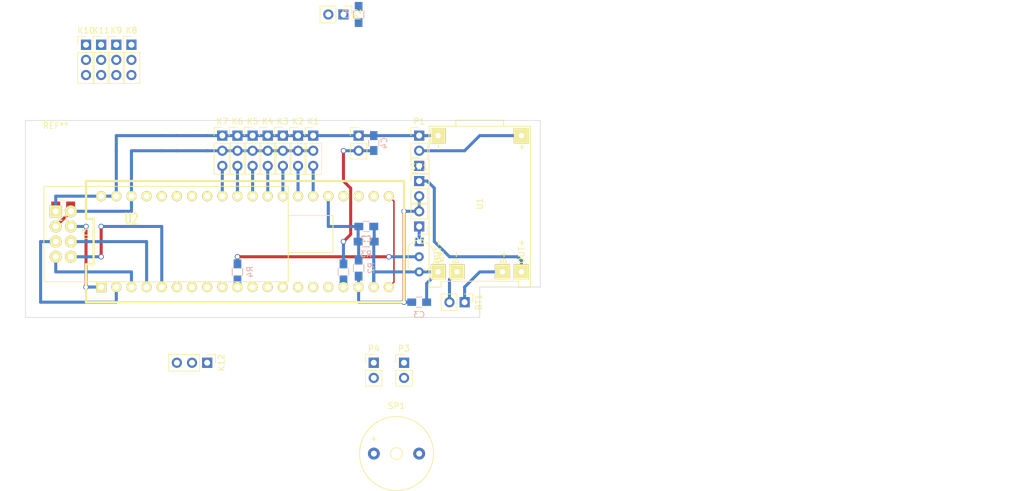
<source format=kicad_pcb>
(kicad_pcb (version 4) (host pcbnew 4.0.6-e0-6349~53~ubuntu16.04.1)

  (general
    (links 85)
    (no_connects 31)
    (area 206.441257 86.373399 377.728568 171.5376)
    (thickness 1.6)
    (drawings 55)
    (tracks 123)
    (zones 0)
    (modules 36)
    (nets 45)
  )

  (page A3)
  (layers
    (0 F.Cu signal)
    (31 B.Cu signal)
    (35 F.Paste user)
    (36 B.SilkS user)
    (37 F.SilkS user)
    (41 Cmts.User user)
    (43 Eco2.User user)
    (44 Edge.Cuts user)
  )

  (setup
    (last_trace_width 0.254)
    (user_trace_width 0.508)
    (trace_clearance 0.1016)
    (zone_clearance 0.508)
    (zone_45_only no)
    (trace_min 0.254)
    (segment_width 0.2)
    (edge_width 0.1)
    (via_size 0.889)
    (via_drill 0.635)
    (via_min_size 0.889)
    (via_min_drill 0.508)
    (uvia_size 0.508)
    (uvia_drill 0.127)
    (uvias_allowed no)
    (uvia_min_size 0.508)
    (uvia_min_drill 0.127)
    (pcb_text_width 0.3)
    (pcb_text_size 1.5 1.5)
    (mod_edge_width 0.15)
    (mod_text_size 1 1)
    (mod_text_width 0.15)
    (pad_size 1.5 1.5)
    (pad_drill 0.6)
    (pad_to_mask_clearance 0)
    (aux_axis_origin 210.82 139.7)
    (grid_origin 210.82 139.7)
    (visible_elements 7FFDCF7F)
    (pcbplotparams
      (layerselection 0x00030_80000001)
      (usegerberextensions true)
      (excludeedgelayer true)
      (linewidth 0.150000)
      (plotframeref false)
      (viasonmask false)
      (mode 1)
      (useauxorigin false)
      (hpglpennumber 1)
      (hpglpenspeed 20)
      (hpglpendiameter 15)
      (hpglpenoverlay 2)
      (psnegative false)
      (psa4output false)
      (plotreference true)
      (plotvalue true)
      (plotinvisibletext false)
      (padsonsilk false)
      (subtractmaskfromsilk false)
      (outputformat 1)
      (mirror false)
      (drillshape 1)
      (scaleselection 1)
      (outputdirectory ""))
  )

  (net 0 "")
  (net 1 /ADC0)
  (net 2 /BUZZER)
  (net 3 /CSN)
  (net 4 /IRQ)
  (net 5 /LED)
  (net 6 /MISO)
  (net 7 /MOSI)
  (net 8 /RX)
  (net 9 /SCK)
  (net 10 /TX)
  (net 11 GND)
  (net 12 VCC)
  (net 13 VDD)
  (net 14 /PA1/ADC1)
  (net 15 /PA2/ADC2)
  (net 16 /PA3/ADC3)
  (net 17 /PA4/ADC4)
  (net 18 /PA5/ADC5)
  (net 19 /PA6/ADC6)
  (net 20 /PA7/ADC7)
  (net 21 /PB0/ADC8)
  (net 22 /PB1/ADC9)
  (net 23 /PB11)
  (net 24 /PB10)
  (net 25 "Net-(P1-Pad2)")
  (net 26 "Net-(P2-Pad1)")
  (net 27 "Net-(P5-Pad1)")
  (net 28 "Net-(Q1-Pad2)")
  (net 29 "Net-(SW1-Pad1)")
  (net 30 "Net-(BT1-Pad1)")
  (net 31 "Net-(BT1-Pad2)")
  (net 32 "Net-(U2-Pad8)")
  (net 33 "Net-(U2-Pad9)")
  (net 34 /PB3)
  (net 35 /PB4)
  (net 36 /PB5)
  (net 37 /PB6)
  (net 38 /PB7)
  (net 39 /PB8)
  (net 40 /PB9)
  (net 41 "Net-(U2-Pad23)")
  (net 42 "Net-(U2-Pad24)")
  (net 43 "Net-(U2-Pad37)")
  (net 44 "Net-(C4-Pad1)")

  (net_class Default "This is the default net class."
    (clearance 0.1016)
    (trace_width 0.254)
    (via_dia 0.889)
    (via_drill 0.635)
    (uvia_dia 0.508)
    (uvia_drill 0.127)
    (add_net /ADC0)
    (add_net /BUZZER)
    (add_net /CSN)
    (add_net /IRQ)
    (add_net /LED)
    (add_net /MISO)
    (add_net /MOSI)
    (add_net /PA1/ADC1)
    (add_net /PA2/ADC2)
    (add_net /PA3/ADC3)
    (add_net /PA4/ADC4)
    (add_net /PA5/ADC5)
    (add_net /PA6/ADC6)
    (add_net /PA7/ADC7)
    (add_net /PB0/ADC8)
    (add_net /PB1/ADC9)
    (add_net /PB10)
    (add_net /PB11)
    (add_net /PB3)
    (add_net /PB4)
    (add_net /PB5)
    (add_net /PB6)
    (add_net /PB7)
    (add_net /PB8)
    (add_net /PB9)
    (add_net /RX)
    (add_net /SCK)
    (add_net /TX)
    (add_net GND)
    (add_net "Net-(BT1-Pad1)")
    (add_net "Net-(BT1-Pad2)")
    (add_net "Net-(C4-Pad1)")
    (add_net "Net-(P1-Pad2)")
    (add_net "Net-(P2-Pad1)")
    (add_net "Net-(P5-Pad1)")
    (add_net "Net-(Q1-Pad2)")
    (add_net "Net-(SW1-Pad1)")
    (add_net "Net-(U2-Pad23)")
    (add_net "Net-(U2-Pad24)")
    (add_net "Net-(U2-Pad37)")
    (add_net "Net-(U2-Pad8)")
    (add_net "Net-(U2-Pad9)")
    (add_net VCC)
    (add_net VDD)
  )

  (module WLA:LiPo_charger_and_protection (layer F.Cu) (tedit 58CFDEEA) (tstamp 572043E1)
    (at 287.02 120.65 270)
    (path /57202BEA)
    (fp_text reference U1 (at 0 0 270) (layer F.SilkS)
      (effects (font (size 1 1) (thickness 0.15)))
    )
    (fp_text value LIPO_CHARGER_+_PROTECTION (at 0 7 270) (layer F.SilkS) hide
      (effects (font (size 1 1) (thickness 0.15)))
    )
    (fp_text user - (at -9.5 7 270) (layer F.SilkS)
      (effects (font (size 1 1) (thickness 0.15)))
    )
    (fp_text user + (at -9.5 -7 270) (layer F.SilkS)
      (effects (font (size 1 1) (thickness 0.15)))
    )
    (fp_text user OUT- (at 8 7 270) (layer F.SilkS)
      (effects (font (size 1 1) (thickness 0.15)))
    )
    (fp_text user OUT+ (at 8 -7 270) (layer F.SilkS)
      (effects (font (size 1 1) (thickness 0.15)))
    )
    (fp_text user B- (at 9 4 270) (layer F.SilkS)
      (effects (font (size 1 1) (thickness 0.15)))
    )
    (fp_text user B+ (at 9 -4 270) (layer F.SilkS)
      (effects (font (size 1 1) (thickness 0.15)))
    )
    (fp_line (start 13 -6.5) (end 13 6.5) (layer F.SilkS) (width 0.15))
    (fp_line (start 13 8.5) (end 14 8.5) (layer F.SilkS) (width 0.15))
    (fp_line (start 14 8.5) (end 14 6.5) (layer F.SilkS) (width 0.15))
    (fp_line (start 14 6.5) (end 13 6.5) (layer F.SilkS) (width 0.15))
    (fp_line (start 13 -8.5) (end 14 -8.5) (layer F.SilkS) (width 0.15))
    (fp_line (start 14 -8.5) (end 14 -6.5) (layer F.SilkS) (width 0.15))
    (fp_line (start 14 -6.5) (end 13 -6.5) (layer F.SilkS) (width 0.15))
    (fp_line (start -13 -4) (end -14 -4) (layer F.SilkS) (width 0.15))
    (fp_line (start -14 -4) (end -14 4) (layer F.SilkS) (width 0.15))
    (fp_line (start -14 4) (end -13 4) (layer F.SilkS) (width 0.15))
    (fp_line (start -13 -8.5) (end -13 8.5) (layer F.SilkS) (width 0.15))
    (fp_line (start -13 8.5) (end 13 8.5) (layer F.SilkS) (width 0.15))
    (fp_line (start 13 -8.5) (end -13 -8.5) (layer F.SilkS) (width 0.15))
    (pad 3 thru_hole rect (at 11.43 -6.985 270) (size 2.54 2.54) (drill 0.9) (layers *.Cu *.Mask F.SilkS)
      (net 29 "Net-(SW1-Pad1)"))
    (pad 1 thru_hole rect (at 11.43 -3.81 270) (size 2.54 2.54) (drill 0.9) (layers *.Cu *.Mask F.SilkS)
      (net 30 "Net-(BT1-Pad1)"))
    (pad 4 thru_hole rect (at 11.43 6.985 270) (size 2.54 2.54) (drill 0.9) (layers *.Cu *.Mask F.SilkS)
      (net 11 GND))
    (pad 2 thru_hole rect (at 11.43 3.81 270) (size 2.54 2.54) (drill 0.9) (layers *.Cu *.Mask F.SilkS)
      (net 31 "Net-(BT1-Pad2)"))
    (pad 5 thru_hole rect (at -11.43 -6.985 270) (size 2.54 2.54) (drill 0.9) (layers *.Cu *.Mask F.SilkS)
      (net 25 "Net-(P1-Pad2)"))
    (pad 6 thru_hole rect (at -11.43 6.985 270) (size 2.54 2.54) (drill 0.9) (layers *.Cu *.Mask F.SilkS)
      (net 11 GND))
    (model /home/laneboysrc/projects/kicad-libraries/WLA.pretty/LiPo-changer-and-protection.x3d
      (at (xyz 0 0 0))
      (scale (xyz 1 1 1))
      (rotate (xyz 0 0 0))
    )
  )

  (module WLA:NRF24L01P-PA-LNA (layer F.Cu) (tedit 57200DD6) (tstamp 572043C4)
    (at 215.9 125.73 270)
    (path /57202BD1)
    (fp_text reference U3 (at 0 -5.08 270) (layer F.SilkS)
      (effects (font (size 1 1) (thickness 0.15)))
    )
    (fp_text value NRF24L01P (at 0 -12.7 270) (layer F.SilkS) hide
      (effects (font (size 1 1) (thickness 0.15)))
    )
    (fp_line (start -3.1 -39.1) (end -3.1 -46.5) (layer F.SilkS) (width 0.15))
    (fp_line (start -3.1 -46.5) (end 3.1 -46.5) (layer F.SilkS) (width 0.15))
    (fp_line (start 3.1 -46.5) (end 3.1 -39) (layer F.SilkS) (width 0.15))
    (fp_line (start -8 2) (end 8 2) (layer F.SilkS) (width 0.15))
    (fp_line (start 8 2) (end 8 -39) (layer F.SilkS) (width 0.15))
    (fp_line (start 8 -39) (end -8 -39) (layer F.SilkS) (width 0.15))
    (fp_line (start -8 -39) (end -8 2) (layer F.SilkS) (width 0.15))
    (pad 1 thru_hole rect (at -3.81 0 270) (size 2 2) (drill 1) (layers *.Cu *.Mask F.SilkS)
      (net 11 GND))
    (pad 2 thru_hole circle (at -3.81 -2.54 270) (size 2 2) (drill 1) (layers *.Cu *.Mask F.SilkS)
      (net 12 VCC))
    (pad 3 thru_hole circle (at -1.27 0 270) (size 2 2) (drill 1) (layers *.Cu *.Mask F.SilkS)
      (net 12 VCC))
    (pad 4 thru_hole circle (at -1.27 -2.54 270) (size 2 2) (drill 1) (layers *.Cu *.Mask F.SilkS)
      (net 3 /CSN))
    (pad 5 thru_hole circle (at 1.27 0 270) (size 2 2) (drill 1) (layers *.Cu *.Mask F.SilkS)
      (net 9 /SCK))
    (pad 6 thru_hole circle (at 1.27 -2.54 270) (size 2 2) (drill 1) (layers *.Cu *.Mask F.SilkS)
      (net 7 /MOSI))
    (pad 7 thru_hole circle (at 3.81 0 270) (size 2 2) (drill 1) (layers *.Cu *.Mask F.SilkS)
      (net 6 /MISO))
    (pad 8 thru_hole circle (at 3.81 -2.54 270) (size 2 2) (drill 1) (layers *.Cu *.Mask F.SilkS)
      (net 4 /IRQ))
    (model /home/laneboysrc/projects/kicad-libraries/WLA.pretty/NRF24L01P-PA-LNA.x3d
      (at (xyz 0 0 0))
      (scale (xyz 1 1 1))
      (rotate (xyz 0 0 0))
    )
  )

  (module WLA:STM32F103C8T6 (layer F.Cu) (tedit 58998C2B) (tstamp 57204414)
    (at 247.65 127)
    (descr "STM32F103C8T6 development board as found on eBay, Aliexpress")
    (tags STM32)
    (path /57202BC2)
    (fp_text reference U2 (at -19.05 -3.81) (layer F.SilkS)
      (effects (font (size 1.778 1.143) (thickness 0.3048)))
    )
    (fp_text value STM32F103C8T6_DEV_BOARD (at 1.27 0) (layer F.SilkS) hide
      (effects (font (size 1.778 1.778) (thickness 0.3048)))
    )
    (fp_line (start 26.67 -10.16) (end 26.67 10.16) (layer F.SilkS) (width 0.381))
    (fp_line (start -26.67 3.81) (end -26.67 10.16) (layer F.SilkS) (width 0.381))
    (fp_line (start -25.4 -3.81) (end -25.4 3.81) (layer F.SilkS) (width 0.381))
    (fp_line (start -26.67 -10.16) (end -26.67 -3.81) (layer F.SilkS) (width 0.381))
    (fp_line (start -26.67 -3.81) (end -25.4 -3.81) (layer F.SilkS) (width 0.381))
    (fp_line (start -25.4 3.81) (end -26.67 3.81) (layer F.SilkS) (width 0.381))
    (fp_line (start -26.67 -10.16) (end 26.67 -10.16) (layer F.SilkS) (width 0.381))
    (fp_line (start 26.67 10.16) (end -26.67 10.16) (layer F.SilkS) (width 0.381))
    (pad 1 thru_hole rect (at -24.13 7.62) (size 1.7 1.7) (drill 1) (layers *.Cu *.Mask F.SilkS)
      (net 3 /CSN))
    (pad 2 thru_hole circle (at -21.59 7.62) (size 1.7 1.7) (drill 1) (layers *.Cu *.Mask F.SilkS)
      (net 9 /SCK))
    (pad 3 thru_hole circle (at -19.05 7.62) (size 1.7 1.7) (drill 1) (layers *.Cu *.Mask F.SilkS)
      (net 6 /MISO))
    (pad 4 thru_hole circle (at -16.51 7.62) (size 1.7 1.7) (drill 1) (layers *.Cu *.Mask F.SilkS)
      (net 7 /MOSI))
    (pad 5 thru_hole circle (at -13.97 7.62) (size 1.7 1.7) (drill 1) (layers *.Cu *.Mask F.SilkS)
      (net 4 /IRQ))
    (pad 6 thru_hole circle (at -11.43 7.62) (size 1.7 1.7) (drill 1) (layers *.Cu *.Mask F.SilkS)
      (net 10 /TX))
    (pad 7 thru_hole circle (at -8.89 7.62) (size 1.7 1.7) (drill 1) (layers *.Cu *.Mask F.SilkS)
      (net 8 /RX))
    (pad 8 thru_hole circle (at -6.35 7.62) (size 1.7 1.7) (drill 1) (layers *.Cu *.Mask F.SilkS)
      (net 32 "Net-(U2-Pad8)"))
    (pad 9 thru_hole circle (at -3.81 7.62) (size 1.7 1.7) (drill 1) (layers *.Cu *.Mask F.SilkS)
      (net 33 "Net-(U2-Pad9)"))
    (pad 10 thru_hole circle (at -1.27 7.62) (size 1.7 1.7) (drill 1) (layers *.Cu *.Mask F.SilkS)
      (net 2 /BUZZER))
    (pad 11 thru_hole circle (at 1.27 7.62) (size 1.7 1.7) (drill 1) (layers *.Cu *.Mask F.SilkS)
      (net 34 /PB3))
    (pad 12 thru_hole circle (at 3.81 7.62) (size 1.7 1.7) (drill 1) (layers *.Cu *.Mask F.SilkS)
      (net 35 /PB4))
    (pad 13 thru_hole circle (at 6.35 7.62) (size 1.7 1.7) (drill 1) (layers *.Cu *.Mask F.SilkS)
      (net 36 /PB5))
    (pad 14 thru_hole circle (at 8.89 7.62) (size 1.7 1.7) (drill 1) (layers *.Cu *.Mask F.SilkS)
      (net 37 /PB6))
    (pad 15 thru_hole circle (at 11.43 7.62) (size 1.7 1.7) (drill 1) (layers *.Cu *.Mask F.SilkS)
      (net 38 /PB7))
    (pad 16 thru_hole circle (at 13.97 7.62) (size 1.7 1.7) (drill 1) (layers *.Cu *.Mask F.SilkS)
      (net 39 /PB8))
    (pad 17 thru_hole circle (at 16.51 7.62) (size 1.7 1.7) (drill 1) (layers *.Cu *.Mask F.SilkS)
      (net 40 /PB9))
    (pad 18 thru_hole circle (at 19.05 7.62) (size 1.7 1.7) (drill 1) (layers *.Cu *.Mask F.SilkS)
      (net 13 VDD))
    (pad 19 thru_hole circle (at 21.59 7.62) (size 1.7 1.7) (drill 1) (layers *.Cu *.Mask F.SilkS)
      (net 11 GND))
    (pad 20 thru_hole circle (at 24.13 7.62) (size 1.7 1.7) (drill 1) (layers *.Cu *.Mask F.SilkS)
      (net 12 VCC))
    (pad 21 thru_hole circle (at 24.13 -7.62) (size 1.7 1.7) (drill 1) (layers *.Cu *.Mask F.SilkS)
      (net 12 VCC))
    (pad 22 thru_hole circle (at 21.59 -7.62) (size 1.7 1.7) (drill 1) (layers *.Cu *.Mask F.SilkS)
      (net 5 /LED))
    (pad 23 thru_hole circle (at 19.05 -7.62) (size 1.7 1.7) (drill 1) (layers *.Cu *.Mask F.SilkS)
      (net 41 "Net-(U2-Pad23)"))
    (pad 24 thru_hole circle (at 16.51 -7.62) (size 1.7 1.7) (drill 1) (layers *.Cu *.Mask F.SilkS)
      (net 42 "Net-(U2-Pad24)"))
    (pad 25 thru_hole circle (at 13.97 -7.62) (size 1.7 1.7) (drill 1) (layers *.Cu *.Mask F.SilkS)
      (net 1 /ADC0))
    (pad 26 thru_hole circle (at 11.43 -7.62) (size 1.7 1.7) (drill 1) (layers *.Cu *.Mask F.SilkS)
      (net 14 /PA1/ADC1))
    (pad 27 thru_hole circle (at 8.89 -7.62) (size 1.7 1.7) (drill 1) (layers *.Cu *.Mask F.SilkS)
      (net 15 /PA2/ADC2))
    (pad 28 thru_hole circle (at 6.35 -7.62) (size 1.7 1.7) (drill 1) (layers *.Cu *.Mask F.SilkS)
      (net 16 /PA3/ADC3))
    (pad 29 thru_hole circle (at 3.81 -7.62) (size 1.7 1.7) (drill 1) (layers *.Cu *.Mask F.SilkS)
      (net 17 /PA4/ADC4))
    (pad 30 thru_hole circle (at 1.27 -7.62) (size 1.7 1.7) (drill 1) (layers *.Cu *.Mask F.SilkS)
      (net 18 /PA5/ADC5))
    (pad 31 thru_hole circle (at -1.27 -7.62) (size 1.7 1.7) (drill 1) (layers *.Cu *.Mask F.SilkS)
      (net 19 /PA6/ADC6))
    (pad 32 thru_hole circle (at -3.81 -7.62) (size 1.7 1.7) (drill 1) (layers *.Cu *.Mask F.SilkS)
      (net 20 /PA7/ADC7))
    (pad 33 thru_hole circle (at -6.35 -7.62) (size 1.7 1.7) (drill 1) (layers *.Cu *.Mask F.SilkS)
      (net 21 /PB0/ADC8))
    (pad 34 thru_hole circle (at -8.89 -7.62) (size 1.7 1.7) (drill 1) (layers *.Cu *.Mask F.SilkS)
      (net 22 /PB1/ADC9))
    (pad 35 thru_hole circle (at -11.43 -7.62) (size 1.7 1.7) (drill 1) (layers *.Cu *.Mask F.SilkS)
      (net 24 /PB10))
    (pad 36 thru_hole circle (at -13.97 -7.62) (size 1.7 1.7) (drill 1) (layers *.Cu *.Mask F.SilkS)
      (net 23 /PB11))
    (pad 37 thru_hole circle (at -16.51 -7.62) (size 1.7 1.7) (drill 1) (layers *.Cu *.Mask F.SilkS)
      (net 43 "Net-(U2-Pad37)"))
    (pad 38 thru_hole circle (at -19.05 -7.62) (size 1.7 1.7) (drill 1) (layers *.Cu *.Mask F.SilkS)
      (net 12 VCC))
    (pad 39 thru_hole circle (at -21.59 -7.62) (size 1.7 1.7) (drill 1) (layers *.Cu *.Mask F.SilkS)
      (net 11 GND))
    (pad 40 thru_hole circle (at -24.13 -7.62) (size 1.7 1.7) (drill 1) (layers *.Cu *.Mask F.SilkS)
      (net 11 GND))
    (model /home/laneboysrc/projects/kicad-libraries/WLA.pretty/STM32F103C8T6.x3d
      (at (xyz 0 0 0))
      (scale (xyz 1 1 1))
      (rotate (xyz 0 0 0))
    )
  )

  (module Pin_Headers:Pin_Header_Straight_1x03_Pitch2.54mm (layer F.Cu) (tedit 58D79EA8) (tstamp 572042FB)
    (at 256.54 109.22)
    (descr "Through hole straight pin header, 1x03, 2.54mm pitch, single row")
    (tags "Through hole pin header THT 1x03 2.54mm single row")
    (path /57203BF4)
    (fp_text reference K2 (at 0 -2.39) (layer F.SilkS)
      (effects (font (size 1 1) (thickness 0.15)))
    )
    (fp_text value CONN_3 (at 0 7.47) (layer F.Fab) hide
      (effects (font (size 1 1) (thickness 0.15)))
    )
    (fp_line (start -1.27 -1.27) (end -1.27 6.35) (layer F.Fab) (width 0.1))
    (fp_line (start -1.27 6.35) (end 1.27 6.35) (layer F.Fab) (width 0.1))
    (fp_line (start 1.27 6.35) (end 1.27 -1.27) (layer F.Fab) (width 0.1))
    (fp_line (start 1.27 -1.27) (end -1.27 -1.27) (layer F.Fab) (width 0.1))
    (fp_line (start -1.39 1.27) (end -1.39 6.47) (layer F.SilkS) (width 0.12))
    (fp_line (start -1.39 6.47) (end 1.39 6.47) (layer F.SilkS) (width 0.12))
    (fp_line (start 1.39 6.47) (end 1.39 1.27) (layer F.SilkS) (width 0.12))
    (fp_line (start 1.39 1.27) (end -1.39 1.27) (layer F.SilkS) (width 0.12))
    (fp_line (start -1.39 0) (end -1.39 -1.39) (layer F.SilkS) (width 0.12))
    (fp_line (start -1.39 -1.39) (end 0 -1.39) (layer F.SilkS) (width 0.12))
    (fp_line (start -1.6 -1.6) (end -1.6 6.6) (layer F.CrtYd) (width 0.05))
    (fp_line (start -1.6 6.6) (end 1.6 6.6) (layer F.CrtYd) (width 0.05))
    (fp_line (start 1.6 6.6) (end 1.6 -1.6) (layer F.CrtYd) (width 0.05))
    (fp_line (start 1.6 -1.6) (end -1.6 -1.6) (layer F.CrtYd) (width 0.05))
    (pad 1 thru_hole rect (at 0 0) (size 1.7 1.7) (drill 1) (layers *.Cu *.Mask)
      (net 11 GND))
    (pad 2 thru_hole oval (at 0 2.54) (size 1.7 1.7) (drill 1) (layers *.Cu *.Mask)
      (net 12 VCC))
    (pad 3 thru_hole oval (at 0 5.08) (size 1.7 1.7) (drill 1) (layers *.Cu *.Mask)
      (net 15 /PA2/ADC2))
    (model Pin_Headers.3dshapes/Pin_Header_Straight_1x03_Pitch2.54mm.wrl
      (at (xyz 0 -0.1 0))
      (scale (xyz 1 1 1))
      (rotate (xyz 0 0 90))
    )
  )

  (module Pin_Headers:Pin_Header_Straight_1x03_Pitch2.54mm (layer F.Cu) (tedit 58D79EE5) (tstamp 57204313)
    (at 223.52 93.98)
    (descr "Through hole straight pin header, 1x03, 2.54mm pitch, single row")
    (tags "Through hole pin header THT 1x03 2.54mm single row")
    (path /57203EA3)
    (fp_text reference K11 (at 0 -2.39) (layer F.SilkS)
      (effects (font (size 1 1) (thickness 0.15)))
    )
    (fp_text value CONN_3 (at 0 7.47) (layer F.Fab) hide
      (effects (font (size 1 1) (thickness 0.15)))
    )
    (fp_line (start -1.27 -1.27) (end -1.27 6.35) (layer F.Fab) (width 0.1))
    (fp_line (start -1.27 6.35) (end 1.27 6.35) (layer F.Fab) (width 0.1))
    (fp_line (start 1.27 6.35) (end 1.27 -1.27) (layer F.Fab) (width 0.1))
    (fp_line (start 1.27 -1.27) (end -1.27 -1.27) (layer F.Fab) (width 0.1))
    (fp_line (start -1.39 1.27) (end -1.39 6.47) (layer F.SilkS) (width 0.12))
    (fp_line (start -1.39 6.47) (end 1.39 6.47) (layer F.SilkS) (width 0.12))
    (fp_line (start 1.39 6.47) (end 1.39 1.27) (layer F.SilkS) (width 0.12))
    (fp_line (start 1.39 1.27) (end -1.39 1.27) (layer F.SilkS) (width 0.12))
    (fp_line (start -1.39 0) (end -1.39 -1.39) (layer F.SilkS) (width 0.12))
    (fp_line (start -1.39 -1.39) (end 0 -1.39) (layer F.SilkS) (width 0.12))
    (fp_line (start -1.6 -1.6) (end -1.6 6.6) (layer F.CrtYd) (width 0.05))
    (fp_line (start -1.6 6.6) (end 1.6 6.6) (layer F.CrtYd) (width 0.05))
    (fp_line (start 1.6 6.6) (end 1.6 -1.6) (layer F.CrtYd) (width 0.05))
    (fp_line (start 1.6 -1.6) (end -1.6 -1.6) (layer F.CrtYd) (width 0.05))
    (pad 1 thru_hole rect (at 0 0) (size 1.7 1.7) (drill 1) (layers *.Cu *.Mask)
      (net 11 GND))
    (pad 2 thru_hole oval (at 0 2.54) (size 1.7 1.7) (drill 1) (layers *.Cu *.Mask)
      (net 12 VCC))
    (pad 3 thru_hole oval (at 0 5.08) (size 1.7 1.7) (drill 1) (layers *.Cu *.Mask)
      (net 24 /PB10))
    (model Pin_Headers.3dshapes/Pin_Header_Straight_1x03_Pitch2.54mm.wrl
      (at (xyz 0 -0.1 0))
      (scale (xyz 1 1 1))
      (rotate (xyz 0 0 90))
    )
  )

  (module Pin_Headers:Pin_Header_Straight_1x03_Pitch2.54mm (layer F.Cu) (tedit 58D79EE1) (tstamp 5720431F)
    (at 220.98 93.98)
    (descr "Through hole straight pin header, 1x03, 2.54mm pitch, single row")
    (tags "Through hole pin header THT 1x03 2.54mm single row")
    (path /57203E9D)
    (fp_text reference K10 (at 0 -2.39) (layer F.SilkS)
      (effects (font (size 1 1) (thickness 0.15)))
    )
    (fp_text value CONN_3 (at 0 7.47) (layer F.Fab) hide
      (effects (font (size 1 1) (thickness 0.15)))
    )
    (fp_line (start -1.27 -1.27) (end -1.27 6.35) (layer F.Fab) (width 0.1))
    (fp_line (start -1.27 6.35) (end 1.27 6.35) (layer F.Fab) (width 0.1))
    (fp_line (start 1.27 6.35) (end 1.27 -1.27) (layer F.Fab) (width 0.1))
    (fp_line (start 1.27 -1.27) (end -1.27 -1.27) (layer F.Fab) (width 0.1))
    (fp_line (start -1.39 1.27) (end -1.39 6.47) (layer F.SilkS) (width 0.12))
    (fp_line (start -1.39 6.47) (end 1.39 6.47) (layer F.SilkS) (width 0.12))
    (fp_line (start 1.39 6.47) (end 1.39 1.27) (layer F.SilkS) (width 0.12))
    (fp_line (start 1.39 1.27) (end -1.39 1.27) (layer F.SilkS) (width 0.12))
    (fp_line (start -1.39 0) (end -1.39 -1.39) (layer F.SilkS) (width 0.12))
    (fp_line (start -1.39 -1.39) (end 0 -1.39) (layer F.SilkS) (width 0.12))
    (fp_line (start -1.6 -1.6) (end -1.6 6.6) (layer F.CrtYd) (width 0.05))
    (fp_line (start -1.6 6.6) (end 1.6 6.6) (layer F.CrtYd) (width 0.05))
    (fp_line (start 1.6 6.6) (end 1.6 -1.6) (layer F.CrtYd) (width 0.05))
    (fp_line (start 1.6 -1.6) (end -1.6 -1.6) (layer F.CrtYd) (width 0.05))
    (pad 1 thru_hole rect (at 0 0) (size 1.7 1.7) (drill 1) (layers *.Cu *.Mask)
      (net 11 GND))
    (pad 2 thru_hole oval (at 0 2.54) (size 1.7 1.7) (drill 1) (layers *.Cu *.Mask)
      (net 12 VCC))
    (pad 3 thru_hole oval (at 0 5.08) (size 1.7 1.7) (drill 1) (layers *.Cu *.Mask)
      (net 23 /PB11))
    (model Pin_Headers.3dshapes/Pin_Header_Straight_1x03_Pitch2.54mm.wrl
      (at (xyz 0 -0.1 0))
      (scale (xyz 1 1 1))
      (rotate (xyz 0 0 90))
    )
  )

  (module Pin_Headers:Pin_Header_Straight_1x03_Pitch2.54mm (layer F.Cu) (tedit 58D79EE9) (tstamp 5720432B)
    (at 226.06 93.98)
    (descr "Through hole straight pin header, 1x03, 2.54mm pitch, single row")
    (tags "Through hole pin header THT 1x03 2.54mm single row")
    (path /57203C46)
    (fp_text reference K9 (at 0 -2.39) (layer F.SilkS)
      (effects (font (size 1 1) (thickness 0.15)))
    )
    (fp_text value CONN_3 (at 0 7.47) (layer F.Fab) hide
      (effects (font (size 1 1) (thickness 0.15)))
    )
    (fp_line (start -1.27 -1.27) (end -1.27 6.35) (layer F.Fab) (width 0.1))
    (fp_line (start -1.27 6.35) (end 1.27 6.35) (layer F.Fab) (width 0.1))
    (fp_line (start 1.27 6.35) (end 1.27 -1.27) (layer F.Fab) (width 0.1))
    (fp_line (start 1.27 -1.27) (end -1.27 -1.27) (layer F.Fab) (width 0.1))
    (fp_line (start -1.39 1.27) (end -1.39 6.47) (layer F.SilkS) (width 0.12))
    (fp_line (start -1.39 6.47) (end 1.39 6.47) (layer F.SilkS) (width 0.12))
    (fp_line (start 1.39 6.47) (end 1.39 1.27) (layer F.SilkS) (width 0.12))
    (fp_line (start 1.39 1.27) (end -1.39 1.27) (layer F.SilkS) (width 0.12))
    (fp_line (start -1.39 0) (end -1.39 -1.39) (layer F.SilkS) (width 0.12))
    (fp_line (start -1.39 -1.39) (end 0 -1.39) (layer F.SilkS) (width 0.12))
    (fp_line (start -1.6 -1.6) (end -1.6 6.6) (layer F.CrtYd) (width 0.05))
    (fp_line (start -1.6 6.6) (end 1.6 6.6) (layer F.CrtYd) (width 0.05))
    (fp_line (start 1.6 6.6) (end 1.6 -1.6) (layer F.CrtYd) (width 0.05))
    (fp_line (start 1.6 -1.6) (end -1.6 -1.6) (layer F.CrtYd) (width 0.05))
    (pad 1 thru_hole rect (at 0 0) (size 1.7 1.7) (drill 1) (layers *.Cu *.Mask)
      (net 11 GND))
    (pad 2 thru_hole oval (at 0 2.54) (size 1.7 1.7) (drill 1) (layers *.Cu *.Mask)
      (net 12 VCC))
    (pad 3 thru_hole oval (at 0 5.08) (size 1.7 1.7) (drill 1) (layers *.Cu *.Mask)
      (net 22 /PB1/ADC9))
    (model Pin_Headers.3dshapes/Pin_Header_Straight_1x03_Pitch2.54mm.wrl
      (at (xyz 0 -0.1 0))
      (scale (xyz 1 1 1))
      (rotate (xyz 0 0 90))
    )
  )

  (module Pin_Headers:Pin_Header_Straight_1x03_Pitch2.54mm (layer F.Cu) (tedit 58D79EEE) (tstamp 57204337)
    (at 228.6 93.98)
    (descr "Through hole straight pin header, 1x03, 2.54mm pitch, single row")
    (tags "Through hole pin header THT 1x03 2.54mm single row")
    (path /57203C40)
    (fp_text reference K8 (at 0 -2.39) (layer F.SilkS)
      (effects (font (size 1 1) (thickness 0.15)))
    )
    (fp_text value CONN_3 (at 0 7.47) (layer F.Fab) hide
      (effects (font (size 1 1) (thickness 0.15)))
    )
    (fp_line (start -1.27 -1.27) (end -1.27 6.35) (layer F.Fab) (width 0.1))
    (fp_line (start -1.27 6.35) (end 1.27 6.35) (layer F.Fab) (width 0.1))
    (fp_line (start 1.27 6.35) (end 1.27 -1.27) (layer F.Fab) (width 0.1))
    (fp_line (start 1.27 -1.27) (end -1.27 -1.27) (layer F.Fab) (width 0.1))
    (fp_line (start -1.39 1.27) (end -1.39 6.47) (layer F.SilkS) (width 0.12))
    (fp_line (start -1.39 6.47) (end 1.39 6.47) (layer F.SilkS) (width 0.12))
    (fp_line (start 1.39 6.47) (end 1.39 1.27) (layer F.SilkS) (width 0.12))
    (fp_line (start 1.39 1.27) (end -1.39 1.27) (layer F.SilkS) (width 0.12))
    (fp_line (start -1.39 0) (end -1.39 -1.39) (layer F.SilkS) (width 0.12))
    (fp_line (start -1.39 -1.39) (end 0 -1.39) (layer F.SilkS) (width 0.12))
    (fp_line (start -1.6 -1.6) (end -1.6 6.6) (layer F.CrtYd) (width 0.05))
    (fp_line (start -1.6 6.6) (end 1.6 6.6) (layer F.CrtYd) (width 0.05))
    (fp_line (start 1.6 6.6) (end 1.6 -1.6) (layer F.CrtYd) (width 0.05))
    (fp_line (start 1.6 -1.6) (end -1.6 -1.6) (layer F.CrtYd) (width 0.05))
    (pad 1 thru_hole rect (at 0 0) (size 1.7 1.7) (drill 1) (layers *.Cu *.Mask)
      (net 11 GND))
    (pad 2 thru_hole oval (at 0 2.54) (size 1.7 1.7) (drill 1) (layers *.Cu *.Mask)
      (net 12 VCC))
    (pad 3 thru_hole oval (at 0 5.08) (size 1.7 1.7) (drill 1) (layers *.Cu *.Mask)
      (net 21 /PB0/ADC8))
    (model Pin_Headers.3dshapes/Pin_Header_Straight_1x03_Pitch2.54mm.wrl
      (at (xyz 0 -0.1 0))
      (scale (xyz 1 1 1))
      (rotate (xyz 0 0 90))
    )
  )

  (module Pin_Headers:Pin_Header_Straight_1x03_Pitch2.54mm (layer F.Cu) (tedit 58D79E8B) (tstamp 57204343)
    (at 243.84 109.22)
    (descr "Through hole straight pin header, 1x03, 2.54mm pitch, single row")
    (tags "Through hole pin header THT 1x03 2.54mm single row")
    (path /57203C3A)
    (fp_text reference K7 (at 0 -2.39) (layer F.SilkS)
      (effects (font (size 1 1) (thickness 0.15)))
    )
    (fp_text value CONN_3 (at 0 7.47) (layer F.Fab) hide
      (effects (font (size 1 1) (thickness 0.15)))
    )
    (fp_line (start -1.27 -1.27) (end -1.27 6.35) (layer F.Fab) (width 0.1))
    (fp_line (start -1.27 6.35) (end 1.27 6.35) (layer F.Fab) (width 0.1))
    (fp_line (start 1.27 6.35) (end 1.27 -1.27) (layer F.Fab) (width 0.1))
    (fp_line (start 1.27 -1.27) (end -1.27 -1.27) (layer F.Fab) (width 0.1))
    (fp_line (start -1.39 1.27) (end -1.39 6.47) (layer F.SilkS) (width 0.12))
    (fp_line (start -1.39 6.47) (end 1.39 6.47) (layer F.SilkS) (width 0.12))
    (fp_line (start 1.39 6.47) (end 1.39 1.27) (layer F.SilkS) (width 0.12))
    (fp_line (start 1.39 1.27) (end -1.39 1.27) (layer F.SilkS) (width 0.12))
    (fp_line (start -1.39 0) (end -1.39 -1.39) (layer F.SilkS) (width 0.12))
    (fp_line (start -1.39 -1.39) (end 0 -1.39) (layer F.SilkS) (width 0.12))
    (fp_line (start -1.6 -1.6) (end -1.6 6.6) (layer F.CrtYd) (width 0.05))
    (fp_line (start -1.6 6.6) (end 1.6 6.6) (layer F.CrtYd) (width 0.05))
    (fp_line (start 1.6 6.6) (end 1.6 -1.6) (layer F.CrtYd) (width 0.05))
    (fp_line (start 1.6 -1.6) (end -1.6 -1.6) (layer F.CrtYd) (width 0.05))
    (pad 1 thru_hole rect (at 0 0) (size 1.7 1.7) (drill 1) (layers *.Cu *.Mask)
      (net 11 GND))
    (pad 2 thru_hole oval (at 0 2.54) (size 1.7 1.7) (drill 1) (layers *.Cu *.Mask)
      (net 12 VCC))
    (pad 3 thru_hole oval (at 0 5.08) (size 1.7 1.7) (drill 1) (layers *.Cu *.Mask)
      (net 20 /PA7/ADC7))
    (model Pin_Headers.3dshapes/Pin_Header_Straight_1x03_Pitch2.54mm.wrl
      (at (xyz 0 -0.1 0))
      (scale (xyz 1 1 1))
      (rotate (xyz 0 0 90))
    )
  )

  (module Pin_Headers:Pin_Header_Straight_1x03_Pitch2.54mm (layer F.Cu) (tedit 58D79E91) (tstamp 5720434F)
    (at 246.38 109.22)
    (descr "Through hole straight pin header, 1x03, 2.54mm pitch, single row")
    (tags "Through hole pin header THT 1x03 2.54mm single row")
    (path /57203C34)
    (fp_text reference K6 (at 0 -2.39) (layer F.SilkS)
      (effects (font (size 1 1) (thickness 0.15)))
    )
    (fp_text value CONN_3 (at 0 7.47) (layer F.Fab) hide
      (effects (font (size 1 1) (thickness 0.15)))
    )
    (fp_line (start -1.27 -1.27) (end -1.27 6.35) (layer F.Fab) (width 0.1))
    (fp_line (start -1.27 6.35) (end 1.27 6.35) (layer F.Fab) (width 0.1))
    (fp_line (start 1.27 6.35) (end 1.27 -1.27) (layer F.Fab) (width 0.1))
    (fp_line (start 1.27 -1.27) (end -1.27 -1.27) (layer F.Fab) (width 0.1))
    (fp_line (start -1.39 1.27) (end -1.39 6.47) (layer F.SilkS) (width 0.12))
    (fp_line (start -1.39 6.47) (end 1.39 6.47) (layer F.SilkS) (width 0.12))
    (fp_line (start 1.39 6.47) (end 1.39 1.27) (layer F.SilkS) (width 0.12))
    (fp_line (start 1.39 1.27) (end -1.39 1.27) (layer F.SilkS) (width 0.12))
    (fp_line (start -1.39 0) (end -1.39 -1.39) (layer F.SilkS) (width 0.12))
    (fp_line (start -1.39 -1.39) (end 0 -1.39) (layer F.SilkS) (width 0.12))
    (fp_line (start -1.6 -1.6) (end -1.6 6.6) (layer F.CrtYd) (width 0.05))
    (fp_line (start -1.6 6.6) (end 1.6 6.6) (layer F.CrtYd) (width 0.05))
    (fp_line (start 1.6 6.6) (end 1.6 -1.6) (layer F.CrtYd) (width 0.05))
    (fp_line (start 1.6 -1.6) (end -1.6 -1.6) (layer F.CrtYd) (width 0.05))
    (pad 1 thru_hole rect (at 0 0) (size 1.7 1.7) (drill 1) (layers *.Cu *.Mask)
      (net 11 GND))
    (pad 2 thru_hole oval (at 0 2.54) (size 1.7 1.7) (drill 1) (layers *.Cu *.Mask)
      (net 12 VCC))
    (pad 3 thru_hole oval (at 0 5.08) (size 1.7 1.7) (drill 1) (layers *.Cu *.Mask)
      (net 19 /PA6/ADC6))
    (model Pin_Headers.3dshapes/Pin_Header_Straight_1x03_Pitch2.54mm.wrl
      (at (xyz 0 -0.1 0))
      (scale (xyz 1 1 1))
      (rotate (xyz 0 0 90))
    )
  )

  (module Pin_Headers:Pin_Header_Straight_1x03_Pitch2.54mm (layer F.Cu) (tedit 58D79E98) (tstamp 5720435B)
    (at 248.92 109.22)
    (descr "Through hole straight pin header, 1x03, 2.54mm pitch, single row")
    (tags "Through hole pin header THT 1x03 2.54mm single row")
    (path /57203C2E)
    (fp_text reference K5 (at 0 -2.39) (layer F.SilkS)
      (effects (font (size 1 1) (thickness 0.15)))
    )
    (fp_text value CONN_3 (at 0 7.47) (layer F.Fab) hide
      (effects (font (size 1 1) (thickness 0.15)))
    )
    (fp_line (start -1.27 -1.27) (end -1.27 6.35) (layer F.Fab) (width 0.1))
    (fp_line (start -1.27 6.35) (end 1.27 6.35) (layer F.Fab) (width 0.1))
    (fp_line (start 1.27 6.35) (end 1.27 -1.27) (layer F.Fab) (width 0.1))
    (fp_line (start 1.27 -1.27) (end -1.27 -1.27) (layer F.Fab) (width 0.1))
    (fp_line (start -1.39 1.27) (end -1.39 6.47) (layer F.SilkS) (width 0.12))
    (fp_line (start -1.39 6.47) (end 1.39 6.47) (layer F.SilkS) (width 0.12))
    (fp_line (start 1.39 6.47) (end 1.39 1.27) (layer F.SilkS) (width 0.12))
    (fp_line (start 1.39 1.27) (end -1.39 1.27) (layer F.SilkS) (width 0.12))
    (fp_line (start -1.39 0) (end -1.39 -1.39) (layer F.SilkS) (width 0.12))
    (fp_line (start -1.39 -1.39) (end 0 -1.39) (layer F.SilkS) (width 0.12))
    (fp_line (start -1.6 -1.6) (end -1.6 6.6) (layer F.CrtYd) (width 0.05))
    (fp_line (start -1.6 6.6) (end 1.6 6.6) (layer F.CrtYd) (width 0.05))
    (fp_line (start 1.6 6.6) (end 1.6 -1.6) (layer F.CrtYd) (width 0.05))
    (fp_line (start 1.6 -1.6) (end -1.6 -1.6) (layer F.CrtYd) (width 0.05))
    (pad 1 thru_hole rect (at 0 0) (size 1.7 1.7) (drill 1) (layers *.Cu *.Mask)
      (net 11 GND))
    (pad 2 thru_hole oval (at 0 2.54) (size 1.7 1.7) (drill 1) (layers *.Cu *.Mask)
      (net 12 VCC))
    (pad 3 thru_hole oval (at 0 5.08) (size 1.7 1.7) (drill 1) (layers *.Cu *.Mask)
      (net 18 /PA5/ADC5))
    (model Pin_Headers.3dshapes/Pin_Header_Straight_1x03_Pitch2.54mm.wrl
      (at (xyz 0 -0.1 0))
      (scale (xyz 1 1 1))
      (rotate (xyz 0 0 90))
    )
  )

  (module Pin_Headers:Pin_Header_Straight_1x03_Pitch2.54mm (layer F.Cu) (tedit 58D79E9D) (tstamp 57204367)
    (at 251.46 109.22)
    (descr "Through hole straight pin header, 1x03, 2.54mm pitch, single row")
    (tags "Through hole pin header THT 1x03 2.54mm single row")
    (path /57203C28)
    (fp_text reference K4 (at 0 -2.39) (layer F.SilkS)
      (effects (font (size 1 1) (thickness 0.15)))
    )
    (fp_text value CONN_3 (at 0 7.47) (layer F.Fab) hide
      (effects (font (size 1 1) (thickness 0.15)))
    )
    (fp_line (start -1.27 -1.27) (end -1.27 6.35) (layer F.Fab) (width 0.1))
    (fp_line (start -1.27 6.35) (end 1.27 6.35) (layer F.Fab) (width 0.1))
    (fp_line (start 1.27 6.35) (end 1.27 -1.27) (layer F.Fab) (width 0.1))
    (fp_line (start 1.27 -1.27) (end -1.27 -1.27) (layer F.Fab) (width 0.1))
    (fp_line (start -1.39 1.27) (end -1.39 6.47) (layer F.SilkS) (width 0.12))
    (fp_line (start -1.39 6.47) (end 1.39 6.47) (layer F.SilkS) (width 0.12))
    (fp_line (start 1.39 6.47) (end 1.39 1.27) (layer F.SilkS) (width 0.12))
    (fp_line (start 1.39 1.27) (end -1.39 1.27) (layer F.SilkS) (width 0.12))
    (fp_line (start -1.39 0) (end -1.39 -1.39) (layer F.SilkS) (width 0.12))
    (fp_line (start -1.39 -1.39) (end 0 -1.39) (layer F.SilkS) (width 0.12))
    (fp_line (start -1.6 -1.6) (end -1.6 6.6) (layer F.CrtYd) (width 0.05))
    (fp_line (start -1.6 6.6) (end 1.6 6.6) (layer F.CrtYd) (width 0.05))
    (fp_line (start 1.6 6.6) (end 1.6 -1.6) (layer F.CrtYd) (width 0.05))
    (fp_line (start 1.6 -1.6) (end -1.6 -1.6) (layer F.CrtYd) (width 0.05))
    (pad 1 thru_hole rect (at 0 0) (size 1.7 1.7) (drill 1) (layers *.Cu *.Mask)
      (net 11 GND))
    (pad 2 thru_hole oval (at 0 2.54) (size 1.7 1.7) (drill 1) (layers *.Cu *.Mask)
      (net 12 VCC))
    (pad 3 thru_hole oval (at 0 5.08) (size 1.7 1.7) (drill 1) (layers *.Cu *.Mask)
      (net 17 /PA4/ADC4))
    (model Pin_Headers.3dshapes/Pin_Header_Straight_1x03_Pitch2.54mm.wrl
      (at (xyz 0 -0.1 0))
      (scale (xyz 1 1 1))
      (rotate (xyz 0 0 90))
    )
  )

  (module Pin_Headers:Pin_Header_Straight_1x03_Pitch2.54mm (layer F.Cu) (tedit 58D79EA2) (tstamp 57204373)
    (at 254 109.22)
    (descr "Through hole straight pin header, 1x03, 2.54mm pitch, single row")
    (tags "Through hole pin header THT 1x03 2.54mm single row")
    (path /57203C22)
    (fp_text reference K3 (at 0 -2.39) (layer F.SilkS)
      (effects (font (size 1 1) (thickness 0.15)))
    )
    (fp_text value CONN_3 (at 0 7.47) (layer F.Fab) hide
      (effects (font (size 1 1) (thickness 0.15)))
    )
    (fp_line (start -1.27 -1.27) (end -1.27 6.35) (layer F.Fab) (width 0.1))
    (fp_line (start -1.27 6.35) (end 1.27 6.35) (layer F.Fab) (width 0.1))
    (fp_line (start 1.27 6.35) (end 1.27 -1.27) (layer F.Fab) (width 0.1))
    (fp_line (start 1.27 -1.27) (end -1.27 -1.27) (layer F.Fab) (width 0.1))
    (fp_line (start -1.39 1.27) (end -1.39 6.47) (layer F.SilkS) (width 0.12))
    (fp_line (start -1.39 6.47) (end 1.39 6.47) (layer F.SilkS) (width 0.12))
    (fp_line (start 1.39 6.47) (end 1.39 1.27) (layer F.SilkS) (width 0.12))
    (fp_line (start 1.39 1.27) (end -1.39 1.27) (layer F.SilkS) (width 0.12))
    (fp_line (start -1.39 0) (end -1.39 -1.39) (layer F.SilkS) (width 0.12))
    (fp_line (start -1.39 -1.39) (end 0 -1.39) (layer F.SilkS) (width 0.12))
    (fp_line (start -1.6 -1.6) (end -1.6 6.6) (layer F.CrtYd) (width 0.05))
    (fp_line (start -1.6 6.6) (end 1.6 6.6) (layer F.CrtYd) (width 0.05))
    (fp_line (start 1.6 6.6) (end 1.6 -1.6) (layer F.CrtYd) (width 0.05))
    (fp_line (start 1.6 -1.6) (end -1.6 -1.6) (layer F.CrtYd) (width 0.05))
    (pad 1 thru_hole rect (at 0 0) (size 1.7 1.7) (drill 1) (layers *.Cu *.Mask)
      (net 11 GND))
    (pad 2 thru_hole oval (at 0 2.54) (size 1.7 1.7) (drill 1) (layers *.Cu *.Mask)
      (net 12 VCC))
    (pad 3 thru_hole oval (at 0 5.08) (size 1.7 1.7) (drill 1) (layers *.Cu *.Mask)
      (net 16 /PA3/ADC3))
    (model Pin_Headers.3dshapes/Pin_Header_Straight_1x03_Pitch2.54mm.wrl
      (at (xyz 0 -0.1 0))
      (scale (xyz 1 1 1))
      (rotate (xyz 0 0 90))
    )
  )

  (module Pin_Headers:Pin_Header_Straight_1x03_Pitch2.54mm (layer F.Cu) (tedit 58D79EAF) (tstamp 5720437F)
    (at 259.08 109.22)
    (descr "Through hole straight pin header, 1x03, 2.54mm pitch, single row")
    (tags "Through hole pin header THT 1x03 2.54mm single row")
    (path /57203BE7)
    (fp_text reference K1 (at 0 -2.39) (layer F.SilkS)
      (effects (font (size 1 1) (thickness 0.15)))
    )
    (fp_text value CONN_3 (at 0 7.47) (layer F.Fab) hide
      (effects (font (size 1 1) (thickness 0.15)))
    )
    (fp_line (start -1.27 -1.27) (end -1.27 6.35) (layer F.Fab) (width 0.1))
    (fp_line (start -1.27 6.35) (end 1.27 6.35) (layer F.Fab) (width 0.1))
    (fp_line (start 1.27 6.35) (end 1.27 -1.27) (layer F.Fab) (width 0.1))
    (fp_line (start 1.27 -1.27) (end -1.27 -1.27) (layer F.Fab) (width 0.1))
    (fp_line (start -1.39 1.27) (end -1.39 6.47) (layer F.SilkS) (width 0.12))
    (fp_line (start -1.39 6.47) (end 1.39 6.47) (layer F.SilkS) (width 0.12))
    (fp_line (start 1.39 6.47) (end 1.39 1.27) (layer F.SilkS) (width 0.12))
    (fp_line (start 1.39 1.27) (end -1.39 1.27) (layer F.SilkS) (width 0.12))
    (fp_line (start -1.39 0) (end -1.39 -1.39) (layer F.SilkS) (width 0.12))
    (fp_line (start -1.39 -1.39) (end 0 -1.39) (layer F.SilkS) (width 0.12))
    (fp_line (start -1.6 -1.6) (end -1.6 6.6) (layer F.CrtYd) (width 0.05))
    (fp_line (start -1.6 6.6) (end 1.6 6.6) (layer F.CrtYd) (width 0.05))
    (fp_line (start 1.6 6.6) (end 1.6 -1.6) (layer F.CrtYd) (width 0.05))
    (fp_line (start 1.6 -1.6) (end -1.6 -1.6) (layer F.CrtYd) (width 0.05))
    (pad 1 thru_hole rect (at 0 0) (size 1.7 1.7) (drill 1) (layers *.Cu *.Mask)
      (net 11 GND))
    (pad 2 thru_hole oval (at 0 2.54) (size 1.7 1.7) (drill 1) (layers *.Cu *.Mask)
      (net 12 VCC))
    (pad 3 thru_hole oval (at 0 5.08) (size 1.7 1.7) (drill 1) (layers *.Cu *.Mask)
      (net 14 /PA1/ADC1))
    (model Pin_Headers.3dshapes/Pin_Header_Straight_1x03_Pitch2.54mm.wrl
      (at (xyz 0 -0.1 0))
      (scale (xyz 1 1 1))
      (rotate (xyz 0 0 90))
    )
  )

  (module Pin_Headers:Pin_Header_Straight_1x02_Pitch2.54mm (layer F.Cu) (tedit 5862ED52) (tstamp 572043A7)
    (at 264.16 88.9 270)
    (descr "Through hole straight pin header, 1x02, 2.54mm pitch, single row")
    (tags "Through hole pin header THT 1x02 2.54mm single row")
    (path /572032B1)
    (fp_text reference P2 (at 0 -2.39 270) (layer F.SilkS)
      (effects (font (size 1 1) (thickness 0.15)))
    )
    (fp_text value LED (at 0 4.93 270) (layer F.Fab)
      (effects (font (size 1 1) (thickness 0.15)))
    )
    (fp_line (start -1.27 -1.27) (end -1.27 3.81) (layer F.Fab) (width 0.1))
    (fp_line (start -1.27 3.81) (end 1.27 3.81) (layer F.Fab) (width 0.1))
    (fp_line (start 1.27 3.81) (end 1.27 -1.27) (layer F.Fab) (width 0.1))
    (fp_line (start 1.27 -1.27) (end -1.27 -1.27) (layer F.Fab) (width 0.1))
    (fp_line (start -1.39 1.27) (end -1.39 3.93) (layer F.SilkS) (width 0.12))
    (fp_line (start -1.39 3.93) (end 1.39 3.93) (layer F.SilkS) (width 0.12))
    (fp_line (start 1.39 3.93) (end 1.39 1.27) (layer F.SilkS) (width 0.12))
    (fp_line (start 1.39 1.27) (end -1.39 1.27) (layer F.SilkS) (width 0.12))
    (fp_line (start -1.39 0) (end -1.39 -1.39) (layer F.SilkS) (width 0.12))
    (fp_line (start -1.39 -1.39) (end 0 -1.39) (layer F.SilkS) (width 0.12))
    (fp_line (start -1.6 -1.6) (end -1.6 4.1) (layer F.CrtYd) (width 0.05))
    (fp_line (start -1.6 4.1) (end 1.6 4.1) (layer F.CrtYd) (width 0.05))
    (fp_line (start 1.6 4.1) (end 1.6 -1.6) (layer F.CrtYd) (width 0.05))
    (fp_line (start 1.6 -1.6) (end -1.6 -1.6) (layer F.CrtYd) (width 0.05))
    (pad 1 thru_hole rect (at 0 0 270) (size 1.7 1.7) (drill 1) (layers *.Cu *.Mask)
      (net 26 "Net-(P2-Pad1)"))
    (pad 2 thru_hole oval (at 0 2.54 270) (size 1.7 1.7) (drill 1) (layers *.Cu *.Mask)
      (net 12 VCC))
    (model Pin_Headers.3dshapes/Pin_Header_Straight_1x02_Pitch2.54mm.wrl
      (at (xyz 0 -0.05 0))
      (scale (xyz 1 1 1))
      (rotate (xyz 0 0 90))
    )
  )

  (module Capacitors_SMD:C_0805_HandSoldering (layer B.Cu) (tedit 58D2406D) (tstamp 589BBD4E)
    (at 267.99 124.46)
    (descr "Capacitor SMD 0805, hand soldering")
    (tags "capacitor 0805")
    (path /5747F7DC)
    (attr smd)
    (fp_text reference C2 (at 0 2.1) (layer B.SilkS)
      (effects (font (size 1 1) (thickness 0.15)) (justify mirror))
    )
    (fp_text value 100nF (at 0.0816 -1.3716) (layer Eco2.User)
      (effects (font (size 1 1) (thickness 0.15)))
    )
    (fp_line (start -1 -0.625) (end -1 0.625) (layer B.Fab) (width 0.1))
    (fp_line (start 1 -0.625) (end -1 -0.625) (layer B.Fab) (width 0.1))
    (fp_line (start 1 0.625) (end 1 -0.625) (layer B.Fab) (width 0.1))
    (fp_line (start -1 0.625) (end 1 0.625) (layer B.Fab) (width 0.1))
    (fp_line (start -2.3 1) (end 2.3 1) (layer B.CrtYd) (width 0.05))
    (fp_line (start -2.3 -1) (end 2.3 -1) (layer B.CrtYd) (width 0.05))
    (fp_line (start -2.3 1) (end -2.3 -1) (layer B.CrtYd) (width 0.05))
    (fp_line (start 2.3 1) (end 2.3 -1) (layer B.CrtYd) (width 0.05))
    (fp_line (start 0.5 0.85) (end -0.5 0.85) (layer B.SilkS) (width 0.12))
    (fp_line (start -0.5 -0.85) (end 0.5 -0.85) (layer B.SilkS) (width 0.12))
    (pad 1 smd rect (at -1.25 0) (size 1.5 1.25) (layers B.Cu)
      (net 1 /ADC0))
    (pad 2 smd rect (at 1.25 0) (size 1.5 1.25) (layers B.Cu)
      (net 11 GND))
    (model Capacitors_SMD.3dshapes/C_0805_HandSoldering.wrl
      (at (xyz 0 0 0))
      (scale (xyz 1 1 1))
      (rotate (xyz 0 0 0))
    )
  )

  (module Resistors_SMD:R_0805_HandSoldering (layer B.Cu) (tedit 58307B90) (tstamp 589BBD82)
    (at 266.7 88.9 270)
    (descr "Resistor SMD 0805, hand soldering")
    (tags "resistor 0805")
    (path /572032A2)
    (attr smd)
    (fp_text reference R1 (at 0 2.1 270) (layer B.SilkS)
      (effects (font (size 1 1) (thickness 0.15)) (justify mirror))
    )
    (fp_text value 1k (at 0 -2.1 270) (layer B.Fab)
      (effects (font (size 1 1) (thickness 0.15)) (justify mirror))
    )
    (fp_line (start -1 -0.625) (end -1 0.625) (layer B.Fab) (width 0.1))
    (fp_line (start 1 -0.625) (end -1 -0.625) (layer B.Fab) (width 0.1))
    (fp_line (start 1 0.625) (end 1 -0.625) (layer B.Fab) (width 0.1))
    (fp_line (start -1 0.625) (end 1 0.625) (layer B.Fab) (width 0.1))
    (fp_line (start -2.4 1) (end 2.4 1) (layer B.CrtYd) (width 0.05))
    (fp_line (start -2.4 -1) (end 2.4 -1) (layer B.CrtYd) (width 0.05))
    (fp_line (start -2.4 1) (end -2.4 -1) (layer B.CrtYd) (width 0.05))
    (fp_line (start 2.4 1) (end 2.4 -1) (layer B.CrtYd) (width 0.05))
    (fp_line (start 0.6 -0.875) (end -0.6 -0.875) (layer B.SilkS) (width 0.15))
    (fp_line (start -0.6 0.875) (end 0.6 0.875) (layer B.SilkS) (width 0.15))
    (pad 1 smd rect (at -1.35 0 270) (size 1.5 1.3) (layers B.Cu)
      (net 26 "Net-(P2-Pad1)"))
    (pad 2 smd rect (at 1.35 0 270) (size 1.5 1.3) (layers B.Cu)
      (net 5 /LED))
    (model Resistors_SMD.3dshapes/R_0805_HandSoldering.wrl
      (at (xyz 0 0 0))
      (scale (xyz 1 1 1))
      (rotate (xyz 0 0 0))
    )
  )

  (module Resistors_SMD:R_0805_HandSoldering (layer B.Cu) (tedit 58D24049) (tstamp 589BBD91)
    (at 266.7 131.445 90)
    (descr "Resistor SMD 0805, hand soldering")
    (tags "resistor 0805")
    (path /57203444)
    (attr smd)
    (fp_text reference R2 (at 0 2.1 90) (layer B.SilkS)
      (effects (font (size 1 1) (thickness 0.15)) (justify mirror))
    )
    (fp_text value 22k (at 0.0254 1.5494 90) (layer Eco2.User)
      (effects (font (size 1 1) (thickness 0.15)))
    )
    (fp_line (start -1 -0.625) (end -1 0.625) (layer B.Fab) (width 0.1))
    (fp_line (start 1 -0.625) (end -1 -0.625) (layer B.Fab) (width 0.1))
    (fp_line (start 1 0.625) (end 1 -0.625) (layer B.Fab) (width 0.1))
    (fp_line (start -1 0.625) (end 1 0.625) (layer B.Fab) (width 0.1))
    (fp_line (start -2.4 1) (end 2.4 1) (layer B.CrtYd) (width 0.05))
    (fp_line (start -2.4 -1) (end 2.4 -1) (layer B.CrtYd) (width 0.05))
    (fp_line (start -2.4 1) (end -2.4 -1) (layer B.CrtYd) (width 0.05))
    (fp_line (start 2.4 1) (end 2.4 -1) (layer B.CrtYd) (width 0.05))
    (fp_line (start 0.6 -0.875) (end -0.6 -0.875) (layer B.SilkS) (width 0.15))
    (fp_line (start -0.6 0.875) (end 0.6 0.875) (layer B.SilkS) (width 0.15))
    (pad 1 smd rect (at -1.35 0 90) (size 1.5 1.3) (layers B.Cu)
      (net 13 VDD))
    (pad 2 smd rect (at 1.35 0 90) (size 1.5 1.3) (layers B.Cu)
      (net 1 /ADC0))
    (model Resistors_SMD.3dshapes/R_0805_HandSoldering.wrl
      (at (xyz 0 0 0))
      (scale (xyz 1 1 1))
      (rotate (xyz 0 0 0))
    )
  )

  (module Resistors_SMD:R_0805_HandSoldering (layer B.Cu) (tedit 58D2405C) (tstamp 589BBDA0)
    (at 267.97 127)
    (descr "Resistor SMD 0805, hand soldering")
    (tags "resistor 0805")
    (path /57203451)
    (attr smd)
    (fp_text reference R3 (at 0 2.1) (layer B.SilkS)
      (effects (font (size 1 1) (thickness 0.15)) (justify mirror))
    )
    (fp_text value 33k (at 0.1016 1.3716) (layer Eco2.User)
      (effects (font (size 1 1) (thickness 0.15)))
    )
    (fp_line (start -1 -0.625) (end -1 0.625) (layer B.Fab) (width 0.1))
    (fp_line (start 1 -0.625) (end -1 -0.625) (layer B.Fab) (width 0.1))
    (fp_line (start 1 0.625) (end 1 -0.625) (layer B.Fab) (width 0.1))
    (fp_line (start -1 0.625) (end 1 0.625) (layer B.Fab) (width 0.1))
    (fp_line (start -2.4 1) (end 2.4 1) (layer B.CrtYd) (width 0.05))
    (fp_line (start -2.4 -1) (end 2.4 -1) (layer B.CrtYd) (width 0.05))
    (fp_line (start -2.4 1) (end -2.4 -1) (layer B.CrtYd) (width 0.05))
    (fp_line (start 2.4 1) (end 2.4 -1) (layer B.CrtYd) (width 0.05))
    (fp_line (start 0.6 -0.875) (end -0.6 -0.875) (layer B.SilkS) (width 0.15))
    (fp_line (start -0.6 0.875) (end 0.6 0.875) (layer B.SilkS) (width 0.15))
    (pad 1 smd rect (at -1.35 0) (size 1.5 1.3) (layers B.Cu)
      (net 1 /ADC0))
    (pad 2 smd rect (at 1.35 0) (size 1.5 1.3) (layers B.Cu)
      (net 11 GND))
    (model Resistors_SMD.3dshapes/R_0805_HandSoldering.wrl
      (at (xyz 0 0 0))
      (scale (xyz 1 1 1))
      (rotate (xyz 0 0 0))
    )
  )

  (module Resistors_SMD:R_0805_HandSoldering (layer B.Cu) (tedit 58D2401F) (tstamp 589BBDAF)
    (at 246.38 132.08 90)
    (descr "Resistor SMD 0805, hand soldering")
    (tags "resistor 0805")
    (path /572052B4)
    (attr smd)
    (fp_text reference R4 (at 0 2.1 90) (layer B.SilkS)
      (effects (font (size 1 1) (thickness 0.15)) (justify mirror))
    )
    (fp_text value 1k (at 0 -2.1 90) (layer Eco2.User)
      (effects (font (size 1 1) (thickness 0.15)))
    )
    (fp_line (start -1 -0.625) (end -1 0.625) (layer B.Fab) (width 0.1))
    (fp_line (start 1 -0.625) (end -1 -0.625) (layer B.Fab) (width 0.1))
    (fp_line (start 1 0.625) (end 1 -0.625) (layer B.Fab) (width 0.1))
    (fp_line (start -1 0.625) (end 1 0.625) (layer B.Fab) (width 0.1))
    (fp_line (start -2.4 1) (end 2.4 1) (layer B.CrtYd) (width 0.05))
    (fp_line (start -2.4 -1) (end 2.4 -1) (layer B.CrtYd) (width 0.05))
    (fp_line (start -2.4 1) (end -2.4 -1) (layer B.CrtYd) (width 0.05))
    (fp_line (start 2.4 1) (end 2.4 -1) (layer B.CrtYd) (width 0.05))
    (fp_line (start 0.6 -0.875) (end -0.6 -0.875) (layer B.SilkS) (width 0.15))
    (fp_line (start -0.6 0.875) (end 0.6 0.875) (layer B.SilkS) (width 0.15))
    (pad 1 smd rect (at -1.35 0 90) (size 1.5 1.3) (layers B.Cu)
      (net 2 /BUZZER))
    (pad 2 smd rect (at 1.35 0 90) (size 1.5 1.3) (layers B.Cu)
      (net 28 "Net-(Q1-Pad2)"))
    (model Resistors_SMD.3dshapes/R_0805_HandSoldering.wrl
      (at (xyz 0 0 0))
      (scale (xyz 1 1 1))
      (rotate (xyz 0 0 0))
    )
  )

  (module TO_SOT_Packages_THT:TO-92_Inline_Wide (layer F.Cu) (tedit 58610935) (tstamp 589BBD70)
    (at 276.86 127 270)
    (descr "TO-92 leads in-line, wide, drill 0.8mm (see NXP sot054_po.pdf)")
    (tags "to-92 sc-43 sc-43a sot54 PA33 transistor")
    (path /589EC521)
    (fp_text reference Q1 (at 2.54 -3.556 450) (layer F.SilkS)
      (effects (font (size 1 1) (thickness 0.15)))
    )
    (fp_text value BC547B (at 2.54 2.794 270) (layer F.Fab)
      (effects (font (size 1 1) (thickness 0.15)))
    )
    (fp_line (start -1.1 -3) (end 6.1 -3) (layer F.CrtYd) (width 0.05))
    (fp_line (start 6.1 -3) (end 6.1 2.3) (layer F.CrtYd) (width 0.05))
    (fp_line (start 6.1 2.3) (end -1.1 2.3) (layer F.CrtYd) (width 0.05))
    (fp_line (start -1.1 2.3) (end -1.1 -3) (layer F.CrtYd) (width 0.05))
    (fp_line (start 0.74 1.85) (end 4.34 1.85) (layer F.SilkS) (width 0.12))
    (fp_line (start 0.8 1.75) (end 4.3 1.75) (layer F.Fab) (width 0.1))
    (fp_arc (start 2.54 0) (end 0.74 1.85) (angle 20) (layer F.SilkS) (width 0.12))
    (fp_arc (start 2.54 0) (end 2.54 -2.6) (angle -65) (layer F.SilkS) (width 0.12))
    (fp_arc (start 2.54 0) (end 2.54 -2.6) (angle 65) (layer F.SilkS) (width 0.12))
    (fp_arc (start 2.54 0) (end 2.54 -2.48) (angle 135) (layer F.Fab) (width 0.1))
    (fp_arc (start 2.54 0) (end 2.54 -2.48) (angle -135) (layer F.Fab) (width 0.1))
    (fp_arc (start 2.54 0) (end 4.34 1.85) (angle -20) (layer F.SilkS) (width 0.12))
    (pad 2 thru_hole circle (at 2.54 0) (size 1.524 1.524) (drill 0.8) (layers *.Cu *.Mask)
      (net 28 "Net-(Q1-Pad2)"))
    (pad 3 thru_hole circle (at 5.08 0) (size 1.524 1.524) (drill 0.8) (layers *.Cu *.Mask)
      (net 11 GND))
    (pad 1 thru_hole rect (at 0 0) (size 1.524 1.524) (drill 0.8) (layers *.Cu *.Mask)
      (net 27 "Net-(P5-Pad1)"))
    (model TO_SOT_Packages_THT.3dshapes/TO-92_Inline_Wide.wrl
      (at (xyz 0.1 0 0))
      (scale (xyz 1 1 1))
      (rotate (xyz 0 0 -90))
    )
  )

  (module Capacitors_SMD:C_0805_HandSoldering (layer F.Cu) (tedit 58D240B5) (tstamp 589ED048)
    (at 217.15 120.904 180)
    (descr "Capacitor SMD 0805, hand soldering")
    (tags "capacitor 0805")
    (path /57202EE1)
    (attr smd)
    (fp_text reference C1 (at 0 -2.1 180) (layer F.SilkS)
      (effects (font (size 1 1) (thickness 0.15)))
    )
    (fp_text value 1u (at 0.0816 1.4986 180) (layer Eco2.User)
      (effects (font (size 1 1) (thickness 0.15)))
    )
    (fp_line (start -1 0.625) (end -1 -0.625) (layer F.Fab) (width 0.1))
    (fp_line (start 1 0.625) (end -1 0.625) (layer F.Fab) (width 0.1))
    (fp_line (start 1 -0.625) (end 1 0.625) (layer F.Fab) (width 0.1))
    (fp_line (start -1 -0.625) (end 1 -0.625) (layer F.Fab) (width 0.1))
    (fp_line (start -2.3 -1) (end 2.3 -1) (layer F.CrtYd) (width 0.05))
    (fp_line (start -2.3 1) (end 2.3 1) (layer F.CrtYd) (width 0.05))
    (fp_line (start -2.3 -1) (end -2.3 1) (layer F.CrtYd) (width 0.05))
    (fp_line (start 2.3 -1) (end 2.3 1) (layer F.CrtYd) (width 0.05))
    (fp_line (start 0.5 -0.85) (end -0.5 -0.85) (layer F.SilkS) (width 0.12))
    (fp_line (start -0.5 0.85) (end 0.5 0.85) (layer F.SilkS) (width 0.12))
    (pad 1 smd rect (at -1.25 0 180) (size 1.5 1.25) (layers F.Cu F.Paste)
      (net 12 VCC))
    (pad 2 smd rect (at 1.25 0 180) (size 1.5 1.25) (layers F.Cu F.Paste)
      (net 11 GND))
    (model Capacitors_SMD.3dshapes/C_0805_HandSoldering.wrl
      (at (xyz 0 0 0))
      (scale (xyz 1 1 1))
      (rotate (xyz 0 0 0))
    )
  )

  (module Pin_Headers:Pin_Header_Straight_1x03_Pitch2.54mm (layer F.Cu) (tedit 5862ED52) (tstamp 589ED05D)
    (at 241.3 147.32 270)
    (descr "Through hole straight pin header, 1x03, 2.54mm pitch, single row")
    (tags "Through hole pin header THT 1x03 2.54mm single row")
    (path /589BCD46)
    (fp_text reference K12 (at 0 -2.39 270) (layer F.SilkS)
      (effects (font (size 1 1) (thickness 0.15)))
    )
    (fp_text value UART (at 0 7.47 270) (layer F.Fab)
      (effects (font (size 1 1) (thickness 0.15)))
    )
    (fp_line (start -1.27 -1.27) (end -1.27 6.35) (layer F.Fab) (width 0.1))
    (fp_line (start -1.27 6.35) (end 1.27 6.35) (layer F.Fab) (width 0.1))
    (fp_line (start 1.27 6.35) (end 1.27 -1.27) (layer F.Fab) (width 0.1))
    (fp_line (start 1.27 -1.27) (end -1.27 -1.27) (layer F.Fab) (width 0.1))
    (fp_line (start -1.39 1.27) (end -1.39 6.47) (layer F.SilkS) (width 0.12))
    (fp_line (start -1.39 6.47) (end 1.39 6.47) (layer F.SilkS) (width 0.12))
    (fp_line (start 1.39 6.47) (end 1.39 1.27) (layer F.SilkS) (width 0.12))
    (fp_line (start 1.39 1.27) (end -1.39 1.27) (layer F.SilkS) (width 0.12))
    (fp_line (start -1.39 0) (end -1.39 -1.39) (layer F.SilkS) (width 0.12))
    (fp_line (start -1.39 -1.39) (end 0 -1.39) (layer F.SilkS) (width 0.12))
    (fp_line (start -1.6 -1.6) (end -1.6 6.6) (layer F.CrtYd) (width 0.05))
    (fp_line (start -1.6 6.6) (end 1.6 6.6) (layer F.CrtYd) (width 0.05))
    (fp_line (start 1.6 6.6) (end 1.6 -1.6) (layer F.CrtYd) (width 0.05))
    (fp_line (start 1.6 -1.6) (end -1.6 -1.6) (layer F.CrtYd) (width 0.05))
    (pad 1 thru_hole rect (at 0 0 270) (size 1.7 1.7) (drill 1) (layers *.Cu *.Mask)
      (net 11 GND))
    (pad 2 thru_hole oval (at 0 2.54 270) (size 1.7 1.7) (drill 1) (layers *.Cu *.Mask)
      (net 8 /RX))
    (pad 3 thru_hole oval (at 0 5.08 270) (size 1.7 1.7) (drill 1) (layers *.Cu *.Mask)
      (net 10 /TX))
    (model Pin_Headers.3dshapes/Pin_Header_Straight_1x03_Pitch2.54mm.wrl
      (at (xyz 0 -0.1 0))
      (scale (xyz 1 1 1))
      (rotate (xyz 0 0 90))
    )
  )

  (module Pin_Headers:Pin_Header_Straight_1x02_Pitch2.54mm (layer F.Cu) (tedit 58D79EC0) (tstamp 589ED071)
    (at 276.86 109.22)
    (descr "Through hole straight pin header, 1x02, 2.54mm pitch, single row")
    (tags "Through hole pin header THT 1x02 2.54mm single row")
    (path /57205598)
    (fp_text reference P1 (at 0 -2.39) (layer F.SilkS)
      (effects (font (size 1 1) (thickness 0.15)))
    )
    (fp_text value Charge (at 0 4.93) (layer F.Fab) hide
      (effects (font (size 1 1) (thickness 0.15)))
    )
    (fp_line (start -1.27 -1.27) (end -1.27 3.81) (layer F.Fab) (width 0.1))
    (fp_line (start -1.27 3.81) (end 1.27 3.81) (layer F.Fab) (width 0.1))
    (fp_line (start 1.27 3.81) (end 1.27 -1.27) (layer F.Fab) (width 0.1))
    (fp_line (start 1.27 -1.27) (end -1.27 -1.27) (layer F.Fab) (width 0.1))
    (fp_line (start -1.39 1.27) (end -1.39 3.93) (layer F.SilkS) (width 0.12))
    (fp_line (start -1.39 3.93) (end 1.39 3.93) (layer F.SilkS) (width 0.12))
    (fp_line (start 1.39 3.93) (end 1.39 1.27) (layer F.SilkS) (width 0.12))
    (fp_line (start 1.39 1.27) (end -1.39 1.27) (layer F.SilkS) (width 0.12))
    (fp_line (start -1.39 0) (end -1.39 -1.39) (layer F.SilkS) (width 0.12))
    (fp_line (start -1.39 -1.39) (end 0 -1.39) (layer F.SilkS) (width 0.12))
    (fp_line (start -1.6 -1.6) (end -1.6 4.1) (layer F.CrtYd) (width 0.05))
    (fp_line (start -1.6 4.1) (end 1.6 4.1) (layer F.CrtYd) (width 0.05))
    (fp_line (start 1.6 4.1) (end 1.6 -1.6) (layer F.CrtYd) (width 0.05))
    (fp_line (start 1.6 -1.6) (end -1.6 -1.6) (layer F.CrtYd) (width 0.05))
    (pad 1 thru_hole rect (at 0 0) (size 1.7 1.7) (drill 1) (layers *.Cu *.Mask)
      (net 11 GND))
    (pad 2 thru_hole oval (at 0 2.54) (size 1.7 1.7) (drill 1) (layers *.Cu *.Mask)
      (net 25 "Net-(P1-Pad2)"))
    (model Pin_Headers.3dshapes/Pin_Header_Straight_1x02_Pitch2.54mm.wrl
      (at (xyz 0 -0.05 0))
      (scale (xyz 1 1 1))
      (rotate (xyz 0 0 90))
    )
  )

  (module Pin_Headers:Pin_Header_Straight_1x02_Pitch2.54mm (layer F.Cu) (tedit 5862ED52) (tstamp 589ED085)
    (at 274.32 147.32)
    (descr "Through hole straight pin header, 1x02, 2.54mm pitch, single row")
    (tags "Through hole pin header THT 1x02 2.54mm single row")
    (path /572059F5)
    (fp_text reference P3 (at 0 -2.39) (layer F.SilkS)
      (effects (font (size 1 1) (thickness 0.15)))
    )
    (fp_text value PWR-BAT (at 0 4.93) (layer F.Fab)
      (effects (font (size 1 1) (thickness 0.15)))
    )
    (fp_line (start -1.27 -1.27) (end -1.27 3.81) (layer F.Fab) (width 0.1))
    (fp_line (start -1.27 3.81) (end 1.27 3.81) (layer F.Fab) (width 0.1))
    (fp_line (start 1.27 3.81) (end 1.27 -1.27) (layer F.Fab) (width 0.1))
    (fp_line (start 1.27 -1.27) (end -1.27 -1.27) (layer F.Fab) (width 0.1))
    (fp_line (start -1.39 1.27) (end -1.39 3.93) (layer F.SilkS) (width 0.12))
    (fp_line (start -1.39 3.93) (end 1.39 3.93) (layer F.SilkS) (width 0.12))
    (fp_line (start 1.39 3.93) (end 1.39 1.27) (layer F.SilkS) (width 0.12))
    (fp_line (start 1.39 1.27) (end -1.39 1.27) (layer F.SilkS) (width 0.12))
    (fp_line (start -1.39 0) (end -1.39 -1.39) (layer F.SilkS) (width 0.12))
    (fp_line (start -1.39 -1.39) (end 0 -1.39) (layer F.SilkS) (width 0.12))
    (fp_line (start -1.6 -1.6) (end -1.6 4.1) (layer F.CrtYd) (width 0.05))
    (fp_line (start -1.6 4.1) (end 1.6 4.1) (layer F.CrtYd) (width 0.05))
    (fp_line (start 1.6 4.1) (end 1.6 -1.6) (layer F.CrtYd) (width 0.05))
    (fp_line (start 1.6 -1.6) (end -1.6 -1.6) (layer F.CrtYd) (width 0.05))
    (pad 1 thru_hole rect (at 0 0) (size 1.7 1.7) (drill 1) (layers *.Cu *.Mask)
      (net 11 GND))
    (pad 2 thru_hole oval (at 0 2.54) (size 1.7 1.7) (drill 1) (layers *.Cu *.Mask)
      (net 13 VDD))
    (model Pin_Headers.3dshapes/Pin_Header_Straight_1x02_Pitch2.54mm.wrl
      (at (xyz 0 -0.05 0))
      (scale (xyz 1 1 1))
      (rotate (xyz 0 0 90))
    )
  )

  (module Pin_Headers:Pin_Header_Straight_1x02_Pitch2.54mm (layer F.Cu) (tedit 5862ED52) (tstamp 589ED099)
    (at 269.24 147.32)
    (descr "Through hole straight pin header, 1x02, 2.54mm pitch, single row")
    (tags "Through hole pin header THT 1x02 2.54mm single row")
    (path /572059D9)
    (fp_text reference P4 (at 0 -2.39) (layer F.SilkS)
      (effects (font (size 1 1) (thickness 0.15)))
    )
    (fp_text value PWR-IN (at 0 4.93) (layer F.Fab)
      (effects (font (size 1 1) (thickness 0.15)))
    )
    (fp_line (start -1.27 -1.27) (end -1.27 3.81) (layer F.Fab) (width 0.1))
    (fp_line (start -1.27 3.81) (end 1.27 3.81) (layer F.Fab) (width 0.1))
    (fp_line (start 1.27 3.81) (end 1.27 -1.27) (layer F.Fab) (width 0.1))
    (fp_line (start 1.27 -1.27) (end -1.27 -1.27) (layer F.Fab) (width 0.1))
    (fp_line (start -1.39 1.27) (end -1.39 3.93) (layer F.SilkS) (width 0.12))
    (fp_line (start -1.39 3.93) (end 1.39 3.93) (layer F.SilkS) (width 0.12))
    (fp_line (start 1.39 3.93) (end 1.39 1.27) (layer F.SilkS) (width 0.12))
    (fp_line (start 1.39 1.27) (end -1.39 1.27) (layer F.SilkS) (width 0.12))
    (fp_line (start -1.39 0) (end -1.39 -1.39) (layer F.SilkS) (width 0.12))
    (fp_line (start -1.39 -1.39) (end 0 -1.39) (layer F.SilkS) (width 0.12))
    (fp_line (start -1.6 -1.6) (end -1.6 4.1) (layer F.CrtYd) (width 0.05))
    (fp_line (start -1.6 4.1) (end 1.6 4.1) (layer F.CrtYd) (width 0.05))
    (fp_line (start 1.6 4.1) (end 1.6 -1.6) (layer F.CrtYd) (width 0.05))
    (fp_line (start 1.6 -1.6) (end -1.6 -1.6) (layer F.CrtYd) (width 0.05))
    (pad 1 thru_hole rect (at 0 0) (size 1.7 1.7) (drill 1) (layers *.Cu *.Mask)
      (net 11 GND))
    (pad 2 thru_hole oval (at 0 2.54) (size 1.7 1.7) (drill 1) (layers *.Cu *.Mask)
      (net 13 VDD))
    (model Pin_Headers.3dshapes/Pin_Header_Straight_1x02_Pitch2.54mm.wrl
      (at (xyz 0 -0.05 0))
      (scale (xyz 1 1 1))
      (rotate (xyz 0 0 90))
    )
  )

  (module Pin_Headers:Pin_Header_Straight_1x02_Pitch2.54mm (layer F.Cu) (tedit 58D79EC4) (tstamp 589ED0AD)
    (at 276.86 124.46 180)
    (descr "Through hole straight pin header, 1x02, 2.54mm pitch, single row")
    (tags "Through hole pin header THT 1x02 2.54mm single row")
    (path /589BC0A8)
    (fp_text reference P5 (at 0 -2.39 180) (layer F.SilkS)
      (effects (font (size 1 1) (thickness 0.15)))
    )
    (fp_text value Buzzer (at 0 4.93 180) (layer F.Fab) hide
      (effects (font (size 1 1) (thickness 0.15)))
    )
    (fp_line (start -1.27 -1.27) (end -1.27 3.81) (layer F.Fab) (width 0.1))
    (fp_line (start -1.27 3.81) (end 1.27 3.81) (layer F.Fab) (width 0.1))
    (fp_line (start 1.27 3.81) (end 1.27 -1.27) (layer F.Fab) (width 0.1))
    (fp_line (start 1.27 -1.27) (end -1.27 -1.27) (layer F.Fab) (width 0.1))
    (fp_line (start -1.39 1.27) (end -1.39 3.93) (layer F.SilkS) (width 0.12))
    (fp_line (start -1.39 3.93) (end 1.39 3.93) (layer F.SilkS) (width 0.12))
    (fp_line (start 1.39 3.93) (end 1.39 1.27) (layer F.SilkS) (width 0.12))
    (fp_line (start 1.39 1.27) (end -1.39 1.27) (layer F.SilkS) (width 0.12))
    (fp_line (start -1.39 0) (end -1.39 -1.39) (layer F.SilkS) (width 0.12))
    (fp_line (start -1.39 -1.39) (end 0 -1.39) (layer F.SilkS) (width 0.12))
    (fp_line (start -1.6 -1.6) (end -1.6 4.1) (layer F.CrtYd) (width 0.05))
    (fp_line (start -1.6 4.1) (end 1.6 4.1) (layer F.CrtYd) (width 0.05))
    (fp_line (start 1.6 4.1) (end 1.6 -1.6) (layer F.CrtYd) (width 0.05))
    (fp_line (start 1.6 -1.6) (end -1.6 -1.6) (layer F.CrtYd) (width 0.05))
    (pad 1 thru_hole rect (at 0 0 180) (size 1.7 1.7) (drill 1) (layers *.Cu *.Mask)
      (net 27 "Net-(P5-Pad1)"))
    (pad 2 thru_hole oval (at 0 2.54 180) (size 1.7 1.7) (drill 1) (layers *.Cu *.Mask)
      (net 13 VDD))
    (model Pin_Headers.3dshapes/Pin_Header_Straight_1x02_Pitch2.54mm.wrl
      (at (xyz 0 -0.05 0))
      (scale (xyz 1 1 1))
      (rotate (xyz 0 0 90))
    )
  )

  (module Capacitors_SMD:C_0805_HandSoldering (layer B.Cu) (tedit 541A9B8D) (tstamp 589EC45A)
    (at 276.86 137.16)
    (descr "Capacitor SMD 0805, hand soldering")
    (tags "capacitor 0805")
    (path /589ECC74)
    (attr smd)
    (fp_text reference C3 (at 0 2.1) (layer B.SilkS)
      (effects (font (size 1 1) (thickness 0.15)) (justify mirror))
    )
    (fp_text value 1u (at 0 -2.1) (layer B.Fab)
      (effects (font (size 1 1) (thickness 0.15)) (justify mirror))
    )
    (fp_line (start -1 -0.625) (end -1 0.625) (layer B.Fab) (width 0.1))
    (fp_line (start 1 -0.625) (end -1 -0.625) (layer B.Fab) (width 0.1))
    (fp_line (start 1 0.625) (end 1 -0.625) (layer B.Fab) (width 0.1))
    (fp_line (start -1 0.625) (end 1 0.625) (layer B.Fab) (width 0.1))
    (fp_line (start -2.3 1) (end 2.3 1) (layer B.CrtYd) (width 0.05))
    (fp_line (start -2.3 -1) (end 2.3 -1) (layer B.CrtYd) (width 0.05))
    (fp_line (start -2.3 1) (end -2.3 -1) (layer B.CrtYd) (width 0.05))
    (fp_line (start 2.3 1) (end 2.3 -1) (layer B.CrtYd) (width 0.05))
    (fp_line (start 0.5 0.85) (end -0.5 0.85) (layer B.SilkS) (width 0.12))
    (fp_line (start -0.5 -0.85) (end 0.5 -0.85) (layer B.SilkS) (width 0.12))
    (pad 1 smd rect (at -1.25 0) (size 1.5 1.25) (layers B.Cu)
      (net 13 VDD))
    (pad 2 smd rect (at 1.25 0) (size 1.5 1.25) (layers B.Cu)
      (net 11 GND))
    (model Capacitors_SMD.3dshapes/C_0805_HandSoldering.wrl
      (at (xyz 0 0 0))
      (scale (xyz 1 1 1))
      (rotate (xyz 0 0 0))
    )
  )

  (module Mounting_Holes:MountingHole_3.2mm_M3 (layer F.Cu) (tedit 58D79E80) (tstamp 58CE4B62)
    (at 215.9 111.76)
    (descr "Mounting Hole 3.2mm, no annular, M3")
    (tags "mounting hole 3.2mm no annular m3")
    (fp_text reference REF** (at 0 -4.2) (layer F.SilkS)
      (effects (font (size 1 1) (thickness 0.15)))
    )
    (fp_text value MountingHole_3.2mm_M3 (at 0 4.2) (layer F.Fab) hide
      (effects (font (size 1 1) (thickness 0.15)))
    )
    (fp_circle (center 0 0) (end 3.2 0) (layer Cmts.User) (width 0.15))
    (fp_circle (center 0 0) (end 3.45 0) (layer F.CrtYd) (width 0.05))
    (pad 1 np_thru_hole circle (at 0 0) (size 3.2 3.2) (drill 3.2) (layers *.Cu *.Mask))
  )

  (module Pin_Headers:Pin_Header_Straight_1x02_Pitch2.54mm (layer F.Cu) (tedit 58D79F11) (tstamp 58CFDD9C)
    (at 284.48 137.16 270)
    (descr "Through hole straight pin header, 1x02, 2.54mm pitch, single row")
    (tags "Through hole pin header THT 1x02 2.54mm single row")
    (path /57202BF9)
    (fp_text reference BT1 (at 0 -2.39 270) (layer F.SilkS)
      (effects (font (size 1 1) (thickness 0.15)))
    )
    (fp_text value BATTERY (at 0 4.93 270) (layer F.Fab) hide
      (effects (font (size 1 1) (thickness 0.15)))
    )
    (fp_line (start -1.27 -1.27) (end -1.27 3.81) (layer F.Fab) (width 0.1))
    (fp_line (start -1.27 3.81) (end 1.27 3.81) (layer F.Fab) (width 0.1))
    (fp_line (start 1.27 3.81) (end 1.27 -1.27) (layer F.Fab) (width 0.1))
    (fp_line (start 1.27 -1.27) (end -1.27 -1.27) (layer F.Fab) (width 0.1))
    (fp_line (start -1.39 1.27) (end -1.39 3.93) (layer F.SilkS) (width 0.12))
    (fp_line (start -1.39 3.93) (end 1.39 3.93) (layer F.SilkS) (width 0.12))
    (fp_line (start 1.39 3.93) (end 1.39 1.27) (layer F.SilkS) (width 0.12))
    (fp_line (start 1.39 1.27) (end -1.39 1.27) (layer F.SilkS) (width 0.12))
    (fp_line (start -1.39 0) (end -1.39 -1.39) (layer F.SilkS) (width 0.12))
    (fp_line (start -1.39 -1.39) (end 0 -1.39) (layer F.SilkS) (width 0.12))
    (fp_line (start -1.6 -1.6) (end -1.6 4.1) (layer F.CrtYd) (width 0.05))
    (fp_line (start -1.6 4.1) (end 1.6 4.1) (layer F.CrtYd) (width 0.05))
    (fp_line (start 1.6 4.1) (end 1.6 -1.6) (layer F.CrtYd) (width 0.05))
    (fp_line (start 1.6 -1.6) (end -1.6 -1.6) (layer F.CrtYd) (width 0.05))
    (pad 1 thru_hole rect (at 0 0 270) (size 1.7 1.7) (drill 1) (layers *.Cu *.Mask)
      (net 30 "Net-(BT1-Pad1)"))
    (pad 2 thru_hole oval (at 0 2.54 270) (size 1.7 1.7) (drill 1) (layers *.Cu *.Mask)
      (net 31 "Net-(BT1-Pad2)"))
    (model Pin_Headers.3dshapes/Pin_Header_Straight_1x02_Pitch2.54mm.wrl
      (at (xyz 0 -0.05 0))
      (scale (xyz 1 1 1))
      (rotate (xyz 0 0 90))
    )
  )

  (module Capacitors_SMD:C_0805_HandSoldering (layer B.Cu) (tedit 58D2407A) (tstamp 58CFDDAD)
    (at 269.24 110.47 90)
    (descr "Capacitor SMD 0805, hand soldering")
    (tags "capacitor 0805")
    (path /58D005D2)
    (attr smd)
    (fp_text reference C4 (at 0 1.75 90) (layer B.SilkS)
      (effects (font (size 1 1) (thickness 0.15)) (justify mirror))
    )
    (fp_text value 1u (at 0.0308 1.5494 90) (layer Eco2.User)
      (effects (font (size 1 1) (thickness 0.15)))
    )
    (fp_text user %R (at 0 1.75 90) (layer B.Fab)
      (effects (font (size 1 1) (thickness 0.15)) (justify mirror))
    )
    (fp_line (start -1 -0.62) (end -1 0.62) (layer B.Fab) (width 0.1))
    (fp_line (start 1 -0.62) (end -1 -0.62) (layer B.Fab) (width 0.1))
    (fp_line (start 1 0.62) (end 1 -0.62) (layer B.Fab) (width 0.1))
    (fp_line (start -1 0.62) (end 1 0.62) (layer B.Fab) (width 0.1))
    (fp_line (start 0.5 0.85) (end -0.5 0.85) (layer B.SilkS) (width 0.12))
    (fp_line (start -0.5 -0.85) (end 0.5 -0.85) (layer B.SilkS) (width 0.12))
    (fp_line (start -2.25 0.88) (end 2.25 0.88) (layer B.CrtYd) (width 0.05))
    (fp_line (start -2.25 0.88) (end -2.25 -0.87) (layer B.CrtYd) (width 0.05))
    (fp_line (start 2.25 -0.87) (end 2.25 0.88) (layer B.CrtYd) (width 0.05))
    (fp_line (start 2.25 -0.87) (end -2.25 -0.87) (layer B.CrtYd) (width 0.05))
    (pad 1 smd rect (at -1.25 0 90) (size 1.5 1.25) (layers B.Cu)
      (net 44 "Net-(C4-Pad1)"))
    (pad 2 smd rect (at 1.25 0 90) (size 1.5 1.25) (layers B.Cu)
      (net 11 GND))
    (model Capacitors_SMD.3dshapes/C_0805.wrl
      (at (xyz 0 0 0))
      (scale (xyz 1 1 1))
      (rotate (xyz 0 0 0))
    )
  )

  (module Pin_Headers:Pin_Header_Straight_1x02_Pitch2.54mm (layer F.Cu) (tedit 58D79F26) (tstamp 58CFDDC1)
    (at 266.7 109.22)
    (descr "Through hole straight pin header, 1x02, 2.54mm pitch, single row")
    (tags "Through hole pin header THT 1x02 2.54mm single row")
    (path /58CFE9D2)
    (fp_text reference P6 (at 0 -2.39) (layer F.SilkS) hide
      (effects (font (size 1 1) (thickness 0.15)))
    )
    (fp_text value Meter (at 0 4.93) (layer F.Fab) hide
      (effects (font (size 1 1) (thickness 0.15)))
    )
    (fp_line (start -1.27 -1.27) (end -1.27 3.81) (layer F.Fab) (width 0.1))
    (fp_line (start -1.27 3.81) (end 1.27 3.81) (layer F.Fab) (width 0.1))
    (fp_line (start 1.27 3.81) (end 1.27 -1.27) (layer F.Fab) (width 0.1))
    (fp_line (start 1.27 -1.27) (end -1.27 -1.27) (layer F.Fab) (width 0.1))
    (fp_line (start -1.39 1.27) (end -1.39 3.93) (layer F.SilkS) (width 0.12))
    (fp_line (start -1.39 3.93) (end 1.39 3.93) (layer F.SilkS) (width 0.12))
    (fp_line (start 1.39 3.93) (end 1.39 1.27) (layer F.SilkS) (width 0.12))
    (fp_line (start 1.39 1.27) (end -1.39 1.27) (layer F.SilkS) (width 0.12))
    (fp_line (start -1.39 0) (end -1.39 -1.39) (layer F.SilkS) (width 0.12))
    (fp_line (start -1.39 -1.39) (end 0 -1.39) (layer F.SilkS) (width 0.12))
    (fp_line (start -1.6 -1.6) (end -1.6 4.1) (layer F.CrtYd) (width 0.05))
    (fp_line (start -1.6 4.1) (end 1.6 4.1) (layer F.CrtYd) (width 0.05))
    (fp_line (start 1.6 4.1) (end 1.6 -1.6) (layer F.CrtYd) (width 0.05))
    (fp_line (start 1.6 -1.6) (end -1.6 -1.6) (layer F.CrtYd) (width 0.05))
    (pad 1 thru_hole rect (at 0 0) (size 1.7 1.7) (drill 1) (layers *.Cu *.Mask)
      (net 11 GND))
    (pad 2 thru_hole oval (at 0 2.54) (size 1.7 1.7) (drill 1) (layers *.Cu *.Mask)
      (net 44 "Net-(C4-Pad1)"))
    (model Pin_Headers.3dshapes/Pin_Header_Straight_1x02_Pitch2.54mm.wrl
      (at (xyz 0 -0.05 0))
      (scale (xyz 1 1 1))
      (rotate (xyz 0 0 90))
    )
  )

  (module Resistors_SMD:R_0805_HandSoldering (layer B.Cu) (tedit 58D2403C) (tstamp 58CFDDD2)
    (at 264.16 132.08 90)
    (descr "Resistor SMD 0805, hand soldering")
    (tags "resistor 0805")
    (path /58D0049F)
    (attr smd)
    (fp_text reference R5 (at 0 1.7 90) (layer B.SilkS) hide
      (effects (font (size 1 1) (thickness 0.15)) (justify mirror))
    )
    (fp_text value 3k9 (at 0 -1.75 90) (layer Eco2.User)
      (effects (font (size 1 1) (thickness 0.15)))
    )
    (fp_text user %R (at 0 1.7 90) (layer B.Fab)
      (effects (font (size 1 1) (thickness 0.15)) (justify mirror))
    )
    (fp_line (start -1 -0.62) (end -1 0.62) (layer B.Fab) (width 0.1))
    (fp_line (start 1 -0.62) (end -1 -0.62) (layer B.Fab) (width 0.1))
    (fp_line (start 1 0.62) (end 1 -0.62) (layer B.Fab) (width 0.1))
    (fp_line (start -1 0.62) (end 1 0.62) (layer B.Fab) (width 0.1))
    (fp_line (start 0.6 -0.88) (end -0.6 -0.88) (layer B.SilkS) (width 0.12))
    (fp_line (start -0.6 0.88) (end 0.6 0.88) (layer B.SilkS) (width 0.12))
    (fp_line (start -2.35 0.9) (end 2.35 0.9) (layer B.CrtYd) (width 0.05))
    (fp_line (start -2.35 0.9) (end -2.35 -0.9) (layer B.CrtYd) (width 0.05))
    (fp_line (start 2.35 -0.9) (end 2.35 0.9) (layer B.CrtYd) (width 0.05))
    (fp_line (start 2.35 -0.9) (end -2.35 -0.9) (layer B.CrtYd) (width 0.05))
    (pad 1 smd rect (at -1.35 0 90) (size 1.5 1.3) (layers B.Cu)
      (net 40 /PB9))
    (pad 2 smd rect (at 1.35 0 90) (size 1.5 1.3) (layers B.Cu)
      (net 44 "Net-(C4-Pad1)"))
    (model Resistors_SMD.3dshapes/R_0805.wrl
      (at (xyz 0 0 0))
      (scale (xyz 1 1 1))
      (rotate (xyz 0 0 0))
    )
  )

  (module Buzzers_Beepers:Buzzer_12x9.5RM7.6 (layer F.Cu) (tedit 544E361A) (tstamp 58CFDDDB)
    (at 273.06016 162.56)
    (descr "Generic Buzzer, D12mm height 9.5mm with RM7.6mm")
    (tags buzzer)
    (path /5720518F)
    (fp_text reference SP1 (at 0 -8.001) (layer F.SilkS)
      (effects (font (size 1 1) (thickness 0.15)))
    )
    (fp_text value SPEAKER (at -1.00076 8.001) (layer F.Fab)
      (effects (font (size 1 1) (thickness 0.15)))
    )
    (fp_circle (center 0 0) (end 1.00076 0) (layer F.SilkS) (width 0.15))
    (fp_text user + (at -3.81 -2.54) (layer F.SilkS)
      (effects (font (size 1 1) (thickness 0.15)))
    )
    (fp_circle (center 0 0) (end 6.20014 0) (layer F.SilkS) (width 0.15))
    (pad 1 thru_hole circle (at -3.79984 0) (size 2 2) (drill 1.00076) (layers *.Cu *.Mask)
      (net 13 VDD))
    (pad 2 thru_hole circle (at 3.79984 0) (size 2 2) (drill 1.00076) (layers *.Cu *.Mask)
      (net 27 "Net-(P5-Pad1)"))
    (model Buzzers_Beepers.3dshapes/Buzzer_12x9.5RM7.6.wrl
      (at (xyz 0 0 0))
      (scale (xyz 4 4 4))
      (rotate (xyz 0 0 0))
    )
  )

  (module Pin_Headers:Pin_Header_Straight_1x02_Pitch2.54mm (layer F.Cu) (tedit 58D79EC9) (tstamp 58CFE0B2)
    (at 276.86 116.84)
    (descr "Through hole straight pin header, 1x02, 2.54mm pitch, single row")
    (tags "Through hole pin header THT 1x02 2.54mm single row")
    (path /572058EC)
    (fp_text reference SW1 (at 0 -2.39) (layer F.SilkS)
      (effects (font (size 1 1) (thickness 0.15)))
    )
    (fp_text value ON/OFF (at 0 4.93) (layer F.Fab) hide
      (effects (font (size 1 1) (thickness 0.15)))
    )
    (fp_line (start -1.27 -1.27) (end -1.27 3.81) (layer F.Fab) (width 0.1))
    (fp_line (start -1.27 3.81) (end 1.27 3.81) (layer F.Fab) (width 0.1))
    (fp_line (start 1.27 3.81) (end 1.27 -1.27) (layer F.Fab) (width 0.1))
    (fp_line (start 1.27 -1.27) (end -1.27 -1.27) (layer F.Fab) (width 0.1))
    (fp_line (start -1.39 1.27) (end -1.39 3.93) (layer F.SilkS) (width 0.12))
    (fp_line (start -1.39 3.93) (end 1.39 3.93) (layer F.SilkS) (width 0.12))
    (fp_line (start 1.39 3.93) (end 1.39 1.27) (layer F.SilkS) (width 0.12))
    (fp_line (start 1.39 1.27) (end -1.39 1.27) (layer F.SilkS) (width 0.12))
    (fp_line (start -1.39 0) (end -1.39 -1.39) (layer F.SilkS) (width 0.12))
    (fp_line (start -1.39 -1.39) (end 0 -1.39) (layer F.SilkS) (width 0.12))
    (fp_line (start -1.6 -1.6) (end -1.6 4.1) (layer F.CrtYd) (width 0.05))
    (fp_line (start -1.6 4.1) (end 1.6 4.1) (layer F.CrtYd) (width 0.05))
    (fp_line (start 1.6 4.1) (end 1.6 -1.6) (layer F.CrtYd) (width 0.05))
    (fp_line (start 1.6 -1.6) (end -1.6 -1.6) (layer F.CrtYd) (width 0.05))
    (pad 1 thru_hole rect (at 0 0) (size 1.7 1.7) (drill 1) (layers *.Cu *.Mask)
      (net 29 "Net-(SW1-Pad1)"))
    (pad 2 thru_hole oval (at 0 2.54) (size 1.7 1.7) (drill 1) (layers *.Cu *.Mask)
      (net 13 VDD))
    (model Pin_Headers.3dshapes/Pin_Header_Straight_1x02_Pitch2.54mm.wrl
      (at (xyz 0 -0.05 0))
      (scale (xyz 1 1 1))
      (rotate (xyz 0 0 90))
    )
  )

  (module Pin_Headers:Pin_Header_Straight_1x01_Pitch2.54mm (layer F.Cu) (tedit 58D79E71) (tstamp 58D295FD)
    (at 276.86 114.3)
    (descr "Through hole straight pin header, 1x01, 2.54mm pitch, single row")
    (tags "Through hole pin header THT 1x01 2.54mm single row")
    (fp_text reference REF** (at 0 -2.39) (layer F.SilkS) hide
      (effects (font (size 1 1) (thickness 0.15)))
    )
    (fp_text value Pin_Header_Straight_1x01_Pitch2.54mm (at 0 2.39) (layer F.Fab) hide
      (effects (font (size 1 1) (thickness 0.15)))
    )
    (fp_line (start -1.27 -1.27) (end -1.27 1.27) (layer F.Fab) (width 0.1))
    (fp_line (start -1.27 1.27) (end 1.27 1.27) (layer F.Fab) (width 0.1))
    (fp_line (start 1.27 1.27) (end 1.27 -1.27) (layer F.Fab) (width 0.1))
    (fp_line (start 1.27 -1.27) (end -1.27 -1.27) (layer F.Fab) (width 0.1))
    (fp_line (start -1.39 1.27) (end -1.39 1.39) (layer F.SilkS) (width 0.12))
    (fp_line (start -1.39 1.39) (end 1.39 1.39) (layer F.SilkS) (width 0.12))
    (fp_line (start 1.39 1.39) (end 1.39 1.27) (layer F.SilkS) (width 0.12))
    (fp_line (start 1.39 1.27) (end -1.39 1.27) (layer F.SilkS) (width 0.12))
    (fp_line (start -1.39 0) (end -1.39 -1.39) (layer F.SilkS) (width 0.12))
    (fp_line (start -1.39 -1.39) (end 0 -1.39) (layer F.SilkS) (width 0.12))
    (fp_line (start -1.6 -1.6) (end -1.6 1.6) (layer F.CrtYd) (width 0.05))
    (fp_line (start -1.6 1.6) (end 1.6 1.6) (layer F.CrtYd) (width 0.05))
    (fp_line (start 1.6 1.6) (end 1.6 -1.6) (layer F.CrtYd) (width 0.05))
    (fp_line (start 1.6 -1.6) (end -1.6 -1.6) (layer F.CrtYd) (width 0.05))
    (pad 1 thru_hole rect (at 0 0) (size 1.7 1.7) (drill 1) (layers *.Cu *.Mask))
    (model Pin_Headers.3dshapes/Pin_Header_Straight_1x01_Pitch2.54mm.wrl
      (at (xyz 0 0 0))
      (scale (xyz 1 1 1))
      (rotate (xyz 0 0 90))
    )
  )

  (gr_text "This is not a PCB, but meant to be build on a \nperf board with round pads.\nIt fits in the battery area of the Airtronics car transmitter." (at 304.8 93.98) (layer Eco2.User) (tstamp 58D2434D)
    (effects (font (size 1.5 1.5) (thickness 0.3)) (justify left))
  )
  (gr_text "CE to Vcc and cap on nRF board!" (at 212.4202 128.5748 90) (layer Eco2.User) (tstamp 58D2411F)
    (effects (font (size 0.5 0.5) (thickness 0.125)) (justify left))
  )
  (gr_text "On STM32 PCB underside!" (at 272.2118 128.9304 90) (layer Eco2.User)
    (effects (font (size 0.5 0.5) (thickness 0.125)) (justify left))
  )
  (gr_text SW (at 304.8 116.84) (layer Eco2.User) (tstamp 58CFE182)
    (effects (font (size 1.5 1.5) (thickness 0.3)) (justify left))
  )
  (gr_text "Component modifications:\n  STM32: remove BOOT pin header and tie to ground\n  STM32: connect pin 20 and 21 with jumper on underside \n      of PCB (instead of thin red trace shown!)\n  STM32: change programming pin header to vertical style\n  STM32: only add pin headers where needed (e.g. NOT Pin24)\n  TP4056: Change charge resistor to 2k7 (440mA)\n  TP4056: Remove tabs near batt pads\n  TP4056: Remove red LED, connect to pin header \"-Red LED\"\n  nRF24L01+ PA: Remove antenna socket and use COAX\n  nRF24L01+ PA: Longer pin headers\n  nRF24L01+ PA: Connect CE to Vcc\n  nRF24L01+ PA: 1u between Vcc and GND" (at 304.8 149.86) (layer Eco2.User)
    (effects (font (size 1.5 1.5) (thickness 0.3)) (justify left))
  )
  (gr_text "Wire links needed: 4, 2, 10, 6, 6" (at 228.6 157.48) (layer Eco2.User)
    (effects (font (thickness 0.3)))
  )
  (gr_line (start 210.82 106.68) (end 297.18 106.68) (angle 90) (layer Edge.Cuts) (width 0.1))
  (gr_line (start 210.82 134.62) (end 210.82 106.68) (angle 90) (layer Edge.Cuts) (width 0.1))
  (gr_text DR-switch (at 243.84 101.6 90) (layer Eco2.User) (tstamp 58CE4FDE)
    (effects (font (size 1.5 1.5) (thickness 0.3)) (justify left))
  )
  (gr_text DR-pot (at 246.38 101.6 90) (layer Eco2.User) (tstamp 58CE4FCF)
    (effects (font (size 1.5 1.5) (thickness 0.3)) (justify left))
  )
  (gr_text TH (at 248.92 101.6 90) (layer Eco2.User) (tstamp 58CE4FBF)
    (effects (font (size 1.5 1.5) (thickness 0.3)) (justify left))
  )
  (gr_text TH-trim (at 251.46 101.6 90) (layer Eco2.User) (tstamp 58CE4FB4)
    (effects (font (size 1.5 1.5) (thickness 0.3)) (justify left))
  )
  (gr_text CH3 (at 254 101.6 90) (layer Eco2.User) (tstamp 58CE4FAB)
    (effects (font (size 1.5 1.5) (thickness 0.3)) (justify left))
  )
  (gr_text ST-trim (at 256.54 101.6 90) (layer Eco2.User) (tstamp 58CE4F9C)
    (effects (font (size 1.5 1.5) (thickness 0.3)) (justify left))
  )
  (gr_text ST (at 259.08 101.6 90) (layer Eco2.User) (tstamp 58CE4F8A)
    (effects (font (size 1.5 1.5) (thickness 0.3)) (justify left))
  )
  (gr_line (start 287.02 139.7) (end 210.82 139.7) (angle 90) (layer Edge.Cuts) (width 0.1))
  (gr_line (start 287.02 134.62) (end 287.02 139.7) (angle 90) (layer Edge.Cuts) (width 0.1))
  (gr_line (start 297.18 134.62) (end 287.02 134.62) (angle 90) (layer Edge.Cuts) (width 0.1))
  (gr_line (start 297.18 132.08) (end 297.18 134.62) (angle 90) (layer Edge.Cuts) (width 0.1))
  (gr_line (start 297.18 106.68) (end 297.18 132.08) (angle 90) (layer Edge.Cuts) (width 0.1))
  (gr_line (start 210.82 139.7) (end 210.82 134.62) (angle 90) (layer Edge.Cuts) (width 0.1))
  (gr_text "-Red LED" (at 304.8 114.3) (layer Eco2.User) (tstamp 58CE4A07)
    (effects (font (size 1.5 1.5) (thickness 0.3)) (justify left))
  )
  (gr_text Meter- (at 266.7 97.79) (layer Eco2.User) (tstamp 58CE4010)
    (effects (font (size 1.5 1.5) (thickness 0.3)) (justify left))
  )
  (gr_text Meter+ (at 266.7 100.33) (layer Eco2.User) (tstamp 58CE3FED)
    (effects (font (size 1.5 1.5) (thickness 0.3)) (justify left))
  )
  (gr_text Batt+ (at 284.48 144.78 90) (layer Eco2.User) (tstamp 58CE3F87)
    (effects (font (size 1.5 1.5) (thickness 0.3)) (justify right))
  )
  (gr_text Batt- (at 281.94 144.78 90) (layer Eco2.User)
    (effects (font (size 1.5 1.5) (thickness 0.3)) (justify right))
  )
  (gr_text GND (at 304.8 109.22) (layer Eco2.User)
    (effects (font (size 1.5 1.5) (thickness 0.3)) (justify left))
  )
  (gr_text "+5V in charge/Red LED" (at 304.8 111.76) (layer Eco2.User)
    (effects (font (size 1.5 1.5) (thickness 0.3)) (justify left))
  )
  (gr_text SW (at 304.8 119.38) (layer Eco2.User)
    (effects (font (size 1.5 1.5) (thickness 0.3)) (justify left))
  )
  (gr_text +Buzzer (at 304.8 121.92) (layer Eco2.User)
    (effects (font (size 1.5 1.5) (thickness 0.3)) (justify left))
  )
  (gr_text -Buzzer (at 304.8 124.46) (layer Eco2.User)
    (effects (font (size 1.5 1.5) (thickness 0.3)) (justify left))
  )
  (gr_text 34 (at 297.18 104.14) (layer Cmts.User) (tstamp 58CE3DE0)
    (effects (font (size 1.5 1.5) (thickness 0.3)))
  )
  (gr_text 34 (at 297.18 142.24) (layer Cmts.User) (tstamp 58CE3D6B)
    (effects (font (size 1.5 1.5) (thickness 0.3)))
  )
  (gr_text 15 (at 248.92 104.14) (layer Cmts.User) (tstamp 58A127E6)
    (effects (font (size 1.5 1.5) (thickness 0.3)))
  )
  (gr_text 10 (at 236.22 104.14) (layer Cmts.User) (tstamp 58A127E5)
    (effects (font (size 1.5 1.5) (thickness 0.3)))
  )
  (gr_text 5 (at 223.52 104.14) (layer Cmts.User) (tstamp 58A127E4)
    (effects (font (size 1.5 1.5) (thickness 0.3)))
  )
  (gr_text 1 (at 213.36 104.14) (layer Cmts.User) (tstamp 58A127E3)
    (effects (font (size 1.5 1.5) (thickness 0.3)))
  )
  (gr_text 30 (at 287.02 104.14) (layer Cmts.User) (tstamp 58A127E1)
    (effects (font (size 1.5 1.5) (thickness 0.3)))
  )
  (gr_text 25 (at 274.32 104.14) (layer Cmts.User) (tstamp 58A127E0)
    (effects (font (size 1.5 1.5) (thickness 0.3)))
  )
  (gr_text 20 (at 261.62 104.14) (layer Cmts.User) (tstamp 58A127DF)
    (effects (font (size 1.5 1.5) (thickness 0.3)))
  )
  (gr_text 13 (at 299.72 106.68) (layer Cmts.User) (tstamp 58A127DC)
    (effects (font (size 1.5 1.5) (thickness 0.3)))
  )
  (gr_text 10 (at 299.72 114.3) (layer Cmts.User) (tstamp 58A127DB)
    (effects (font (size 1.5 1.5) (thickness 0.3)))
  )
  (gr_text 5 (at 299.72 127) (layer Cmts.User) (tstamp 58A127DA)
    (effects (font (size 1.5 1.5) (thickness 0.3)))
  )
  (gr_text 1 (at 299.72 137.16) (layer Cmts.User) (tstamp 58A127D9)
    (effects (font (size 1.5 1.5) (thickness 0.3)))
  )
  (gr_text 13 (at 208.28 106.68) (layer Cmts.User)
    (effects (font (size 1.5 1.5) (thickness 0.3)))
  )
  (gr_text 10 (at 208.28 114.3) (layer Cmts.User)
    (effects (font (size 1.5 1.5) (thickness 0.3)))
  )
  (gr_text 5 (at 208.28 127) (layer Cmts.User)
    (effects (font (size 1.5 1.5) (thickness 0.3)))
  )
  (gr_text 1 (at 208.28 137.16) (layer Cmts.User)
    (effects (font (size 1.5 1.5) (thickness 0.3)))
  )
  (gr_text 30 (at 287.02 142.24) (layer Cmts.User)
    (effects (font (size 1.5 1.5) (thickness 0.3)))
  )
  (gr_text 25 (at 274.32 142.24) (layer Cmts.User)
    (effects (font (size 1.5 1.5) (thickness 0.3)))
  )
  (gr_text 20 (at 261.62 142.24) (layer Cmts.User)
    (effects (font (size 1.5 1.5) (thickness 0.3)))
  )
  (gr_text 15 (at 248.92 142.24) (layer Cmts.User)
    (effects (font (size 1.5 1.5) (thickness 0.3)))
  )
  (gr_text 10 (at 236.22 142.24) (layer Cmts.User)
    (effects (font (size 1.5 1.5) (thickness 0.3)))
  )
  (gr_text 5 (at 223.52 142.24) (layer Cmts.User)
    (effects (font (size 1.5 1.5) (thickness 0.3)))
  )
  (gr_text 1 (at 213.36 142.24) (layer Cmts.User)
    (effects (font (size 1.5 1.5) (thickness 0.3)))
  )

  (segment (start 261.62 124.46) (end 266.74 124.46) (width 0.508) (layer B.Cu) (net 1) (status 20))
  (segment (start 266.62 127) (end 266.62 124.58) (width 0.508) (layer B.Cu) (net 1) (status 30))
  (segment (start 266.62 124.58) (end 266.74 124.46) (width 0.508) (layer B.Cu) (net 1) (status 30))
  (segment (start 266.7 130.095) (end 266.7 127.08) (width 0.508) (layer B.Cu) (net 1) (status 30))
  (segment (start 266.7 127.08) (end 266.62 127) (width 0.508) (layer B.Cu) (net 1) (status 30))
  (segment (start 261.62 119.38) (end 261.62 124.46) (width 0.508) (layer B.Cu) (net 1) (status 10))
  (segment (start 220.98 124.46) (end 218.805012 124.46) (width 0.508) (layer B.Cu) (net 3) (status 20))
  (segment (start 218.805012 124.46) (end 218.622506 124.642506) (width 0.508) (layer B.Cu) (net 3) (status 30))
  (segment (start 220.98 134.62) (end 220.98 124.46) (width 0.508) (layer F.Cu) (net 3))
  (via (at 220.98 124.46) (size 0.889) (drill 0.635) (layers F.Cu B.Cu) (net 3))
  (segment (start 220.98 134.62) (end 223.52 134.62) (width 0.508) (layer B.Cu) (net 3) (tstamp 588F2531) (status 20))
  (via (at 220.98 134.62) (size 0.889) (drill 0.635) (layers F.Cu B.Cu) (net 3))
  (segment (start 218.44 124.1425) (end 218.1225 124.46) (width 0.254) (layer B.Cu) (net 3) (tstamp 5747F593) (status 30))
  (segment (start 218.44 129.54) (end 223.52 129.54) (width 0.508) (layer B.Cu) (net 4) (status 10))
  (segment (start 223.52 124.46) (end 223.52 129.54) (width 0.508) (layer F.Cu) (net 4))
  (via (at 223.52 129.54) (size 0.889) (drill 0.635) (layers F.Cu B.Cu) (net 4))
  (segment (start 233.68 134.62) (end 233.68 124.46) (width 0.508) (layer B.Cu) (net 4) (status 10))
  (segment (start 233.68 124.46) (end 223.52 124.46) (width 0.508) (layer B.Cu) (net 4))
  (via (at 223.52 124.46) (size 0.889) (drill 0.635) (layers F.Cu B.Cu) (net 4))
  (segment (start 228.6 132.08) (end 228.6 134.62) (width 0.508) (layer B.Cu) (net 6) (status 20))
  (segment (start 215.9 132.08) (end 228.6 132.08) (width 0.508) (layer B.Cu) (net 6))
  (segment (start 215.9 129.54) (end 215.9 132.08) (width 0.508) (layer B.Cu) (net 6) (status 10))
  (segment (start 218.44 127) (end 231.14 127) (width 0.508) (layer B.Cu) (net 7) (status 10))
  (segment (start 231.14 127) (end 231.14 134.62) (width 0.508) (layer B.Cu) (net 7) (status 20))
  (segment (start 213.36 127) (end 215.9 127) (width 0.508) (layer B.Cu) (net 9) (status 20))
  (segment (start 213.36 137.16) (end 213.36 127) (width 0.508) (layer B.Cu) (net 9))
  (segment (start 226.06 137.16) (end 213.36 137.16) (width 0.508) (layer B.Cu) (net 9))
  (segment (start 226.06 134.62) (end 226.06 137.16) (width 0.508) (layer B.Cu) (net 9) (status 10))
  (segment (start 276.86 109.22) (end 259.08 109.22) (width 0.508) (layer B.Cu) (net 11))
  (segment (start 280.035 109.22) (end 276.86 109.22) (width 0.508) (layer B.Cu) (net 11))
  (segment (start 278.11 137.16) (end 278.11 134.005) (width 0.508) (layer B.Cu) (net 11))
  (segment (start 276.86 132.08) (end 269.24 132.08) (width 0.508) (layer B.Cu) (net 11))
  (segment (start 280.035 132.08) (end 276.86 132.08) (width 0.508) (layer B.Cu) (net 11))
  (segment (start 269.24 132.08) (end 269.24 134.62) (width 0.508) (layer B.Cu) (net 11) (tstamp 58CE31EB))
  (segment (start 226.06 111.76) (end 226.06 119.38) (width 0.508) (layer B.Cu) (net 11))
  (segment (start 226.06 109.22) (end 226.06 111.76) (width 0.508) (layer B.Cu) (net 11))
  (segment (start 269.24 132.08) (end 269.24 127.08) (width 0.508) (layer B.Cu) (net 11) (status 20))
  (segment (start 269.24 134.62) (end 269.24 132.08) (width 0.508) (layer B.Cu) (net 11) (status 10))
  (segment (start 215.9 119.38) (end 215.9 121.92) (width 0.508) (layer B.Cu) (net 11) (status 20))
  (segment (start 223.52 119.38) (end 215.9 119.38) (width 0.508) (layer B.Cu) (net 11) (status 10))
  (segment (start 269.32 127) (end 269.32 124.54) (width 0.508) (layer B.Cu) (net 11) (status 30))
  (segment (start 269.32 124.54) (end 269.24 124.46) (width 0.508) (layer B.Cu) (net 11) (status 30))
  (segment (start 269.24 127.08) (end 269.32 127) (width 0.508) (layer B.Cu) (net 11) (status 30))
  (segment (start 233.68 109.22) (end 226.06 109.22) (width 0.508) (layer B.Cu) (net 11) (status 10))
  (segment (start 223.52 119.38) (end 226.06 119.38) (width 0.508) (layer B.Cu) (net 11) (status 30))
  (segment (start 236.22 109.22) (end 233.68 109.22) (width 0.508) (layer B.Cu) (net 11) (status 30))
  (segment (start 238.76 109.22) (end 236.22 109.22) (width 0.508) (layer B.Cu) (net 11) (status 30))
  (segment (start 241.3 109.22) (end 238.76 109.22) (width 0.508) (layer B.Cu) (net 11) (status 30))
  (segment (start 243.84 109.22) (end 241.3 109.22) (width 0.508) (layer B.Cu) (net 11) (status 30))
  (segment (start 246.38 109.22) (end 243.84 109.22) (width 0.508) (layer B.Cu) (net 11) (status 30))
  (segment (start 248.92 109.22) (end 246.38 109.22) (width 0.508) (layer B.Cu) (net 11) (status 30))
  (segment (start 251.46 109.22) (end 248.92 109.22) (width 0.508) (layer B.Cu) (net 11) (status 30))
  (segment (start 254 109.22) (end 251.46 109.22) (width 0.508) (layer B.Cu) (net 11) (status 30))
  (segment (start 256.54 109.22) (end 254 109.22) (width 0.508) (layer B.Cu) (net 11) (status 30))
  (segment (start 259.08 109.22) (end 256.54 109.22) (width 0.508) (layer B.Cu) (net 11) (status 30))
  (segment (start 278.11 134.005) (end 280.035 132.08) (width 0.508) (layer B.Cu) (net 11) (tstamp 58CE3969))
  (segment (start 271.78 134.62) (end 272.629999 133.770001) (width 0.254) (layer F.Cu) (net 12))
  (segment (start 272.629999 133.770001) (end 272.629999 120.229999) (width 0.254) (layer F.Cu) (net 12))
  (segment (start 272.629999 120.229999) (end 271.78 119.38) (width 0.254) (layer F.Cu) (net 12))
  (segment (start 215.9 124.46) (end 218.44 121.92) (width 0.508) (layer F.Cu) (net 12) (status 30))
  (segment (start 228.6 121.92) (end 228.6 119.38) (width 0.508) (layer B.Cu) (net 12) (status 20))
  (segment (start 218.44 121.92) (end 228.6 121.92) (width 0.508) (layer B.Cu) (net 12) (status 10))
  (segment (start 256.54 111.76) (end 254 111.76) (width 0.508) (layer B.Cu) (net 12) (status 30))
  (segment (start 246.38 111.76) (end 243.84 111.76) (width 0.508) (layer B.Cu) (net 12) (status 30))
  (segment (start 243.84 111.76) (end 241.3 111.76) (width 0.508) (layer B.Cu) (net 12) (status 30))
  (segment (start 236.22 111.76) (end 233.68 111.76) (width 0.508) (layer B.Cu) (net 12) (status 30))
  (segment (start 233.68 111.76) (end 228.6 111.76) (width 0.508) (layer B.Cu) (net 12) (status 10))
  (segment (start 228.6 111.76) (end 228.6 119.38) (width 0.508) (layer B.Cu) (net 12) (tstamp 5747F6C5) (status 20))
  (segment (start 241.3 111.76) (end 238.76 111.76) (width 0.508) (layer B.Cu) (net 12) (status 30))
  (segment (start 236.22 111.76) (end 238.76 111.76) (width 0.508) (layer B.Cu) (net 12) (status 30))
  (segment (start 248.92 111.76) (end 246.38 111.76) (width 0.508) (layer B.Cu) (net 12) (status 30))
  (segment (start 254 111.76) (end 251.46 111.76) (width 0.508) (layer B.Cu) (net 12) (status 30))
  (segment (start 251.46 111.76) (end 248.92 111.76) (width 0.508) (layer B.Cu) (net 12) (status 30))
  (segment (start 259.08 111.76) (end 256.54 111.76) (width 0.508) (layer B.Cu) (net 12) (status 30))
  (segment (start 276.86 119.38) (end 276.86 121.92) (width 0.508) (layer B.Cu) (net 13))
  (segment (start 274.32 121.92) (end 276.86 121.92) (width 0.508) (layer B.Cu) (net 13))
  (segment (start 274.32 137.16) (end 274.32 121.92) (width 0.508) (layer F.Cu) (net 13))
  (segment (start 274.32 137.16) (end 275.61 137.16) (width 0.508) (layer B.Cu) (net 13))
  (segment (start 266.7 137.16) (end 266.7 134.62) (width 0.508) (layer B.Cu) (net 13) (tstamp 58CE3964))
  (segment (start 274.32 137.16) (end 266.7 137.16) (width 0.508) (layer B.Cu) (net 13) (tstamp 58CE3963))
  (via (at 274.32 137.16) (size 0.889) (drill 0.635) (layers F.Cu B.Cu) (net 13))
  (via (at 274.32 121.92) (size 0.889) (drill 0.635) (layers F.Cu B.Cu) (net 13))
  (segment (start 266.7 132.3975) (end 266.7 134.62) (width 0.508) (layer B.Cu) (net 13) (status 30))
  (segment (start 259.08 114.3) (end 259.08 119.38) (width 0.508) (layer B.Cu) (net 14) (status 30))
  (segment (start 256.54 114.3) (end 256.54 119.38) (width 0.508) (layer B.Cu) (net 15) (status 30))
  (segment (start 254 119.38) (end 254 114.3) (width 0.508) (layer B.Cu) (net 16) (status 30))
  (segment (start 251.46 114.3) (end 251.46 119.38) (width 0.508) (layer B.Cu) (net 17) (status 30))
  (segment (start 248.92 114.3) (end 248.92 119.38) (width 0.508) (layer B.Cu) (net 18) (status 30))
  (segment (start 246.38 114.3) (end 246.38 119.38) (width 0.508) (layer B.Cu) (net 19) (status 30))
  (segment (start 243.84 114.3) (end 243.84 119.38) (width 0.508) (layer B.Cu) (net 20) (status 30))
  (segment (start 287.02 109.22) (end 284.48 111.76) (width 0.508) (layer B.Cu) (net 25))
  (segment (start 284.48 111.76) (end 276.86 111.76) (width 0.508) (layer B.Cu) (net 25))
  (segment (start 294.005 109.22) (end 287.02 109.22) (width 0.508) (layer B.Cu) (net 25))
  (segment (start 294.005 109.22) (end 294.005 108.585) (width 0.508) (layer B.Cu) (net 25))
  (segment (start 276.86 127) (end 276.86 124.46) (width 0.508) (layer B.Cu) (net 27))
  (segment (start 276.86 129.54) (end 271.78 129.54) (width 0.508) (layer B.Cu) (net 28))
  (segment (start 246.38 129.54) (end 246.38 130.73) (width 0.508) (layer B.Cu) (net 28) (tstamp 58CE3725))
  (via (at 246.38 129.54) (size 0.889) (drill 0.635) (layers F.Cu B.Cu) (net 28))
  (segment (start 271.78 129.54) (end 246.38 129.54) (width 0.508) (layer F.Cu) (net 28) (tstamp 58CE3722))
  (via (at 271.78 129.54) (size 0.889) (drill 0.635) (layers F.Cu B.Cu) (net 28))
  (segment (start 279.4 127) (end 279.4 118.022) (width 0.508) (layer B.Cu) (net 29))
  (segment (start 279.4 118.022) (end 278.218 116.84) (width 0.508) (layer B.Cu) (net 29))
  (segment (start 278.218 116.84) (end 276.86 116.84) (width 0.508) (layer B.Cu) (net 29))
  (segment (start 281.94 129.54) (end 279.4 127) (width 0.508) (layer B.Cu) (net 29))
  (segment (start 293.37 129.54) (end 281.94 129.54) (width 0.508) (layer B.Cu) (net 29))
  (segment (start 294.005 130.175) (end 293.37 129.54) (width 0.508) (layer B.Cu) (net 29))
  (segment (start 294.005 132.08) (end 294.005 130.175) (width 0.508) (layer B.Cu) (net 29))
  (segment (start 284.48 134.62) (end 287.02 132.08) (width 0.508) (layer B.Cu) (net 30))
  (segment (start 287.02 132.08) (end 290.83 132.08) (width 0.508) (layer B.Cu) (net 30))
  (segment (start 284.48 137.16) (end 284.48 134.62) (width 0.508) (layer B.Cu) (net 30))
  (segment (start 281.94 137.16) (end 281.94 133.35) (width 0.508) (layer B.Cu) (net 31))
  (segment (start 281.94 133.35) (end 283.21 132.08) (width 0.508) (layer B.Cu) (net 31))
  (segment (start 264.16 133.43) (end 264.16 134.62) (width 0.508) (layer B.Cu) (net 40))
  (segment (start 266.7 111.76) (end 269.2 111.76) (width 0.508) (layer B.Cu) (net 44))
  (segment (start 269.2 111.76) (end 269.24 111.72) (width 0.508) (layer B.Cu) (net 44))
  (segment (start 264.16 111.76) (end 266.7 111.76) (width 0.508) (layer B.Cu) (net 44))
  (segment (start 264.16 116.84) (end 264.16 111.76) (width 0.508) (layer F.Cu) (net 44))
  (via (at 264.16 111.76) (size 0.889) (drill 0.635) (layers F.Cu B.Cu) (net 44))
  (segment (start 265.365601 118.045601) (end 264.16 116.84) (width 0.508) (layer F.Cu) (net 44))
  (segment (start 264.16 127) (end 265.365601 125.794399) (width 0.508) (layer F.Cu) (net 44))
  (segment (start 265.365601 125.794399) (end 265.365601 118.045601) (width 0.508) (layer F.Cu) (net 44))
  (via (at 264.16 127) (size 0.889) (drill 0.635) (layers F.Cu B.Cu) (net 44))
  (segment (start 264.16 130.73) (end 264.16 127) (width 0.508) (layer B.Cu) (net 44))

)

</source>
